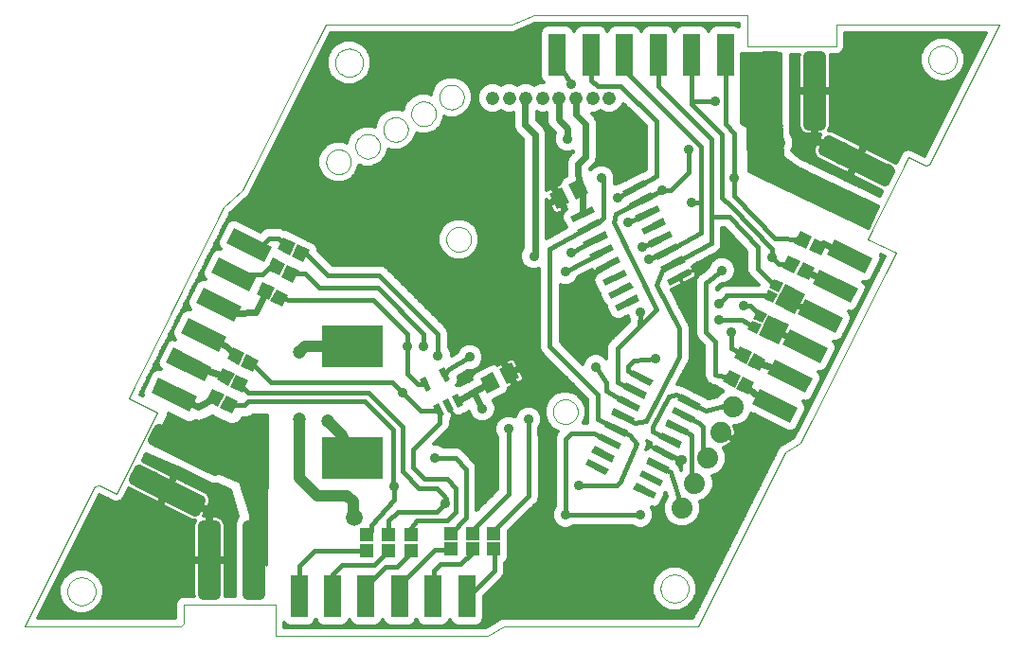
<source format=gbl>
G75*
%MOIN*%
%OFA0B0*%
%FSLAX24Y24*%
%IPPOS*%
%LPD*%
%AMOC8*
5,1,8,0,0,1.08239X$1,22.5*
%
%ADD10C,0.0000*%
%ADD11R,0.0236X0.0866*%
%ADD12R,0.0217X0.0472*%
%ADD13C,0.0476*%
%ADD14R,0.2165X0.1516*%
%ADD15C,0.0740*%
%ADD16R,0.0591X0.1496*%
%ADD17C,0.0394*%
%ADD18R,0.0512X0.0591*%
%ADD19R,0.0810X0.0240*%
%ADD20R,0.0472X0.0472*%
%ADD21R,0.0354X0.0354*%
%ADD22R,0.0787X0.0787*%
%ADD23R,0.0472X0.0472*%
%ADD24C,0.0945*%
%ADD25C,0.0120*%
%ADD26C,0.0768*%
%ADD27C,0.0709*%
%ADD28C,0.0356*%
%ADD29C,0.0160*%
%ADD30C,0.0591*%
%ADD31C,0.0472*%
%ADD32C,0.0240*%
%ADD33C,0.0400*%
%ADD34C,0.0500*%
%ADD35C,0.0560*%
%ADD36C,0.0560*%
%ADD37C,0.0100*%
%ADD38C,0.0320*%
D10*
X001543Y001214D02*
X007057Y001214D01*
X007162Y001332D01*
X007163Y001992D01*
X010376Y001990D01*
X010370Y000897D01*
X017853Y000897D01*
X018407Y001214D01*
X025254Y001214D01*
X028315Y007336D01*
X028846Y007690D01*
X032212Y014373D01*
X031218Y014865D01*
X032655Y017739D01*
X033246Y017444D01*
X033393Y017483D01*
X035864Y022424D01*
X030103Y022423D01*
X030103Y022424D02*
X030103Y021647D01*
X026989Y021647D01*
X026989Y022739D01*
X019476Y022739D01*
X018689Y022424D01*
X012143Y022424D01*
X009220Y016568D01*
X008561Y015977D01*
X005204Y009265D01*
X006218Y008753D01*
X004781Y005889D01*
X004191Y006184D01*
X004004Y006145D01*
X001543Y001214D01*
X003060Y002453D02*
X003062Y002497D01*
X003068Y002541D01*
X003078Y002584D01*
X003091Y002626D01*
X003109Y002666D01*
X003130Y002705D01*
X003154Y002742D01*
X003181Y002777D01*
X003212Y002809D01*
X003245Y002838D01*
X003281Y002864D01*
X003319Y002886D01*
X003359Y002905D01*
X003400Y002921D01*
X003443Y002933D01*
X003486Y002941D01*
X003530Y002945D01*
X003574Y002945D01*
X003618Y002941D01*
X003661Y002933D01*
X003704Y002921D01*
X003745Y002905D01*
X003785Y002886D01*
X003823Y002864D01*
X003859Y002838D01*
X003892Y002809D01*
X003923Y002777D01*
X003950Y002742D01*
X003974Y002705D01*
X003995Y002666D01*
X004013Y002626D01*
X004026Y002584D01*
X004036Y002541D01*
X004042Y002497D01*
X004044Y002453D01*
X004042Y002409D01*
X004036Y002365D01*
X004026Y002322D01*
X004013Y002280D01*
X003995Y002240D01*
X003974Y002201D01*
X003950Y002164D01*
X003923Y002129D01*
X003892Y002097D01*
X003859Y002068D01*
X003823Y002042D01*
X003785Y002020D01*
X003745Y002001D01*
X003704Y001985D01*
X003661Y001973D01*
X003618Y001965D01*
X003574Y001961D01*
X003530Y001961D01*
X003486Y001965D01*
X003443Y001973D01*
X003400Y001985D01*
X003359Y002001D01*
X003319Y002020D01*
X003281Y002042D01*
X003245Y002068D01*
X003212Y002097D01*
X003181Y002129D01*
X003154Y002164D01*
X003130Y002201D01*
X003109Y002240D01*
X003091Y002280D01*
X003078Y002322D01*
X003068Y002365D01*
X003062Y002409D01*
X003060Y002453D01*
X016391Y014853D02*
X016393Y014894D01*
X016399Y014935D01*
X016409Y014975D01*
X016422Y015014D01*
X016439Y015051D01*
X016460Y015087D01*
X016484Y015121D01*
X016511Y015152D01*
X016540Y015180D01*
X016573Y015206D01*
X016607Y015228D01*
X016644Y015247D01*
X016682Y015262D01*
X016722Y015274D01*
X016762Y015282D01*
X016803Y015286D01*
X016845Y015286D01*
X016886Y015282D01*
X016926Y015274D01*
X016966Y015262D01*
X017004Y015247D01*
X017040Y015228D01*
X017075Y015206D01*
X017108Y015180D01*
X017137Y015152D01*
X017164Y015121D01*
X017188Y015087D01*
X017209Y015051D01*
X017226Y015014D01*
X017239Y014975D01*
X017249Y014935D01*
X017255Y014894D01*
X017257Y014853D01*
X017255Y014812D01*
X017249Y014771D01*
X017239Y014731D01*
X017226Y014692D01*
X017209Y014655D01*
X017188Y014619D01*
X017164Y014585D01*
X017137Y014554D01*
X017108Y014526D01*
X017075Y014500D01*
X017041Y014478D01*
X017004Y014459D01*
X016966Y014444D01*
X016926Y014432D01*
X016886Y014424D01*
X016845Y014420D01*
X016803Y014420D01*
X016762Y014424D01*
X016722Y014432D01*
X016682Y014444D01*
X016644Y014459D01*
X016608Y014478D01*
X016573Y014500D01*
X016540Y014526D01*
X016511Y014554D01*
X016484Y014585D01*
X016460Y014619D01*
X016439Y014655D01*
X016422Y014692D01*
X016409Y014731D01*
X016399Y014771D01*
X016393Y014812D01*
X016391Y014853D01*
X012163Y017582D02*
X012165Y017623D01*
X012171Y017664D01*
X012181Y017704D01*
X012194Y017743D01*
X012211Y017780D01*
X012232Y017816D01*
X012256Y017850D01*
X012283Y017881D01*
X012312Y017909D01*
X012345Y017935D01*
X012379Y017957D01*
X012416Y017976D01*
X012454Y017991D01*
X012494Y018003D01*
X012534Y018011D01*
X012575Y018015D01*
X012617Y018015D01*
X012658Y018011D01*
X012698Y018003D01*
X012738Y017991D01*
X012776Y017976D01*
X012812Y017957D01*
X012847Y017935D01*
X012880Y017909D01*
X012909Y017881D01*
X012936Y017850D01*
X012960Y017816D01*
X012981Y017780D01*
X012998Y017743D01*
X013011Y017704D01*
X013021Y017664D01*
X013027Y017623D01*
X013029Y017582D01*
X013027Y017541D01*
X013021Y017500D01*
X013011Y017460D01*
X012998Y017421D01*
X012981Y017384D01*
X012960Y017348D01*
X012936Y017314D01*
X012909Y017283D01*
X012880Y017255D01*
X012847Y017229D01*
X012813Y017207D01*
X012776Y017188D01*
X012738Y017173D01*
X012698Y017161D01*
X012658Y017153D01*
X012617Y017149D01*
X012575Y017149D01*
X012534Y017153D01*
X012494Y017161D01*
X012454Y017173D01*
X012416Y017188D01*
X012380Y017207D01*
X012345Y017229D01*
X012312Y017255D01*
X012283Y017283D01*
X012256Y017314D01*
X012232Y017348D01*
X012211Y017384D01*
X012194Y017421D01*
X012181Y017460D01*
X012171Y017500D01*
X012165Y017541D01*
X012163Y017582D01*
X013187Y018133D02*
X013189Y018174D01*
X013195Y018215D01*
X013205Y018255D01*
X013218Y018294D01*
X013235Y018331D01*
X013256Y018367D01*
X013280Y018401D01*
X013307Y018432D01*
X013336Y018460D01*
X013369Y018486D01*
X013403Y018508D01*
X013440Y018527D01*
X013478Y018542D01*
X013518Y018554D01*
X013558Y018562D01*
X013599Y018566D01*
X013641Y018566D01*
X013682Y018562D01*
X013722Y018554D01*
X013762Y018542D01*
X013800Y018527D01*
X013836Y018508D01*
X013871Y018486D01*
X013904Y018460D01*
X013933Y018432D01*
X013960Y018401D01*
X013984Y018367D01*
X014005Y018331D01*
X014022Y018294D01*
X014035Y018255D01*
X014045Y018215D01*
X014051Y018174D01*
X014053Y018133D01*
X014051Y018092D01*
X014045Y018051D01*
X014035Y018011D01*
X014022Y017972D01*
X014005Y017935D01*
X013984Y017899D01*
X013960Y017865D01*
X013933Y017834D01*
X013904Y017806D01*
X013871Y017780D01*
X013837Y017758D01*
X013800Y017739D01*
X013762Y017724D01*
X013722Y017712D01*
X013682Y017704D01*
X013641Y017700D01*
X013599Y017700D01*
X013558Y017704D01*
X013518Y017712D01*
X013478Y017724D01*
X013440Y017739D01*
X013404Y017758D01*
X013369Y017780D01*
X013336Y017806D01*
X013307Y017834D01*
X013280Y017865D01*
X013256Y017899D01*
X013235Y017935D01*
X013218Y017972D01*
X013205Y018011D01*
X013195Y018051D01*
X013189Y018092D01*
X013187Y018133D01*
X014171Y018723D02*
X014173Y018764D01*
X014179Y018805D01*
X014189Y018845D01*
X014202Y018884D01*
X014219Y018921D01*
X014240Y018957D01*
X014264Y018991D01*
X014291Y019022D01*
X014320Y019050D01*
X014353Y019076D01*
X014387Y019098D01*
X014424Y019117D01*
X014462Y019132D01*
X014502Y019144D01*
X014542Y019152D01*
X014583Y019156D01*
X014625Y019156D01*
X014666Y019152D01*
X014706Y019144D01*
X014746Y019132D01*
X014784Y019117D01*
X014820Y019098D01*
X014855Y019076D01*
X014888Y019050D01*
X014917Y019022D01*
X014944Y018991D01*
X014968Y018957D01*
X014989Y018921D01*
X015006Y018884D01*
X015019Y018845D01*
X015029Y018805D01*
X015035Y018764D01*
X015037Y018723D01*
X015035Y018682D01*
X015029Y018641D01*
X015019Y018601D01*
X015006Y018562D01*
X014989Y018525D01*
X014968Y018489D01*
X014944Y018455D01*
X014917Y018424D01*
X014888Y018396D01*
X014855Y018370D01*
X014821Y018348D01*
X014784Y018329D01*
X014746Y018314D01*
X014706Y018302D01*
X014666Y018294D01*
X014625Y018290D01*
X014583Y018290D01*
X014542Y018294D01*
X014502Y018302D01*
X014462Y018314D01*
X014424Y018329D01*
X014388Y018348D01*
X014353Y018370D01*
X014320Y018396D01*
X014291Y018424D01*
X014264Y018455D01*
X014240Y018489D01*
X014219Y018525D01*
X014202Y018562D01*
X014189Y018601D01*
X014179Y018641D01*
X014173Y018682D01*
X014171Y018723D01*
X015155Y019275D02*
X015157Y019316D01*
X015163Y019357D01*
X015173Y019397D01*
X015186Y019436D01*
X015203Y019473D01*
X015224Y019509D01*
X015248Y019543D01*
X015275Y019574D01*
X015304Y019602D01*
X015337Y019628D01*
X015371Y019650D01*
X015408Y019669D01*
X015446Y019684D01*
X015486Y019696D01*
X015526Y019704D01*
X015567Y019708D01*
X015609Y019708D01*
X015650Y019704D01*
X015690Y019696D01*
X015730Y019684D01*
X015768Y019669D01*
X015804Y019650D01*
X015839Y019628D01*
X015872Y019602D01*
X015901Y019574D01*
X015928Y019543D01*
X015952Y019509D01*
X015973Y019473D01*
X015990Y019436D01*
X016003Y019397D01*
X016013Y019357D01*
X016019Y019316D01*
X016021Y019275D01*
X016019Y019234D01*
X016013Y019193D01*
X016003Y019153D01*
X015990Y019114D01*
X015973Y019077D01*
X015952Y019041D01*
X015928Y019007D01*
X015901Y018976D01*
X015872Y018948D01*
X015839Y018922D01*
X015805Y018900D01*
X015768Y018881D01*
X015730Y018866D01*
X015690Y018854D01*
X015650Y018846D01*
X015609Y018842D01*
X015567Y018842D01*
X015526Y018846D01*
X015486Y018854D01*
X015446Y018866D01*
X015408Y018881D01*
X015372Y018900D01*
X015337Y018922D01*
X015304Y018948D01*
X015275Y018976D01*
X015248Y019007D01*
X015224Y019041D01*
X015203Y019077D01*
X015186Y019114D01*
X015173Y019153D01*
X015163Y019193D01*
X015157Y019234D01*
X015155Y019275D01*
X016140Y019865D02*
X016142Y019906D01*
X016148Y019947D01*
X016158Y019987D01*
X016171Y020026D01*
X016188Y020063D01*
X016209Y020099D01*
X016233Y020133D01*
X016260Y020164D01*
X016289Y020192D01*
X016322Y020218D01*
X016356Y020240D01*
X016393Y020259D01*
X016431Y020274D01*
X016471Y020286D01*
X016511Y020294D01*
X016552Y020298D01*
X016594Y020298D01*
X016635Y020294D01*
X016675Y020286D01*
X016715Y020274D01*
X016753Y020259D01*
X016789Y020240D01*
X016824Y020218D01*
X016857Y020192D01*
X016886Y020164D01*
X016913Y020133D01*
X016937Y020099D01*
X016958Y020063D01*
X016975Y020026D01*
X016988Y019987D01*
X016998Y019947D01*
X017004Y019906D01*
X017006Y019865D01*
X017004Y019824D01*
X016998Y019783D01*
X016988Y019743D01*
X016975Y019704D01*
X016958Y019667D01*
X016937Y019631D01*
X016913Y019597D01*
X016886Y019566D01*
X016857Y019538D01*
X016824Y019512D01*
X016790Y019490D01*
X016753Y019471D01*
X016715Y019456D01*
X016675Y019444D01*
X016635Y019436D01*
X016594Y019432D01*
X016552Y019432D01*
X016511Y019436D01*
X016471Y019444D01*
X016431Y019456D01*
X016393Y019471D01*
X016357Y019490D01*
X016322Y019512D01*
X016289Y019538D01*
X016260Y019566D01*
X016233Y019597D01*
X016209Y019631D01*
X016188Y019667D01*
X016171Y019704D01*
X016158Y019743D01*
X016148Y019783D01*
X016142Y019824D01*
X016140Y019865D01*
X012478Y021079D02*
X012480Y021123D01*
X012486Y021167D01*
X012496Y021210D01*
X012509Y021252D01*
X012527Y021292D01*
X012548Y021331D01*
X012572Y021368D01*
X012599Y021403D01*
X012630Y021435D01*
X012663Y021464D01*
X012699Y021490D01*
X012737Y021512D01*
X012777Y021531D01*
X012818Y021547D01*
X012861Y021559D01*
X012904Y021567D01*
X012948Y021571D01*
X012992Y021571D01*
X013036Y021567D01*
X013079Y021559D01*
X013122Y021547D01*
X013163Y021531D01*
X013203Y021512D01*
X013241Y021490D01*
X013277Y021464D01*
X013310Y021435D01*
X013341Y021403D01*
X013368Y021368D01*
X013392Y021331D01*
X013413Y021292D01*
X013431Y021252D01*
X013444Y021210D01*
X013454Y021167D01*
X013460Y021123D01*
X013462Y021079D01*
X013460Y021035D01*
X013454Y020991D01*
X013444Y020948D01*
X013431Y020906D01*
X013413Y020866D01*
X013392Y020827D01*
X013368Y020790D01*
X013341Y020755D01*
X013310Y020723D01*
X013277Y020694D01*
X013241Y020668D01*
X013203Y020646D01*
X013163Y020627D01*
X013122Y020611D01*
X013079Y020599D01*
X013036Y020591D01*
X012992Y020587D01*
X012948Y020587D01*
X012904Y020591D01*
X012861Y020599D01*
X012818Y020611D01*
X012777Y020627D01*
X012737Y020646D01*
X012699Y020668D01*
X012663Y020694D01*
X012630Y020723D01*
X012599Y020755D01*
X012572Y020790D01*
X012548Y020827D01*
X012527Y020866D01*
X012509Y020906D01*
X012496Y020948D01*
X012486Y020991D01*
X012480Y021035D01*
X012478Y021079D01*
X020144Y008781D02*
X020146Y008822D01*
X020152Y008863D01*
X020162Y008903D01*
X020175Y008942D01*
X020192Y008979D01*
X020213Y009015D01*
X020237Y009049D01*
X020264Y009080D01*
X020293Y009108D01*
X020326Y009134D01*
X020360Y009156D01*
X020397Y009175D01*
X020435Y009190D01*
X020475Y009202D01*
X020515Y009210D01*
X020556Y009214D01*
X020598Y009214D01*
X020639Y009210D01*
X020679Y009202D01*
X020719Y009190D01*
X020757Y009175D01*
X020793Y009156D01*
X020828Y009134D01*
X020861Y009108D01*
X020890Y009080D01*
X020917Y009049D01*
X020941Y009015D01*
X020962Y008979D01*
X020979Y008942D01*
X020992Y008903D01*
X021002Y008863D01*
X021008Y008822D01*
X021010Y008781D01*
X021008Y008740D01*
X021002Y008699D01*
X020992Y008659D01*
X020979Y008620D01*
X020962Y008583D01*
X020941Y008547D01*
X020917Y008513D01*
X020890Y008482D01*
X020861Y008454D01*
X020828Y008428D01*
X020794Y008406D01*
X020757Y008387D01*
X020719Y008372D01*
X020679Y008360D01*
X020639Y008352D01*
X020598Y008348D01*
X020556Y008348D01*
X020515Y008352D01*
X020475Y008360D01*
X020435Y008372D01*
X020397Y008387D01*
X020361Y008406D01*
X020326Y008428D01*
X020293Y008454D01*
X020264Y008482D01*
X020237Y008513D01*
X020213Y008547D01*
X020192Y008583D01*
X020175Y008620D01*
X020162Y008659D01*
X020152Y008699D01*
X020146Y008740D01*
X020144Y008781D01*
X023929Y002550D02*
X023931Y002594D01*
X023937Y002638D01*
X023947Y002681D01*
X023960Y002723D01*
X023978Y002763D01*
X023999Y002802D01*
X024023Y002839D01*
X024050Y002874D01*
X024081Y002906D01*
X024114Y002935D01*
X024150Y002961D01*
X024188Y002983D01*
X024228Y003002D01*
X024269Y003018D01*
X024312Y003030D01*
X024355Y003038D01*
X024399Y003042D01*
X024443Y003042D01*
X024487Y003038D01*
X024530Y003030D01*
X024573Y003018D01*
X024614Y003002D01*
X024654Y002983D01*
X024692Y002961D01*
X024728Y002935D01*
X024761Y002906D01*
X024792Y002874D01*
X024819Y002839D01*
X024843Y002802D01*
X024864Y002763D01*
X024882Y002723D01*
X024895Y002681D01*
X024905Y002638D01*
X024911Y002594D01*
X024913Y002550D01*
X024911Y002506D01*
X024905Y002462D01*
X024895Y002419D01*
X024882Y002377D01*
X024864Y002337D01*
X024843Y002298D01*
X024819Y002261D01*
X024792Y002226D01*
X024761Y002194D01*
X024728Y002165D01*
X024692Y002139D01*
X024654Y002117D01*
X024614Y002098D01*
X024573Y002082D01*
X024530Y002070D01*
X024487Y002062D01*
X024443Y002058D01*
X024399Y002058D01*
X024355Y002062D01*
X024312Y002070D01*
X024269Y002082D01*
X024228Y002098D01*
X024188Y002117D01*
X024150Y002139D01*
X024114Y002165D01*
X024081Y002194D01*
X024050Y002226D01*
X024023Y002261D01*
X023999Y002298D01*
X023978Y002337D01*
X023960Y002377D01*
X023947Y002419D01*
X023937Y002462D01*
X023931Y002506D01*
X023929Y002550D01*
X033359Y021185D02*
X033361Y021229D01*
X033367Y021273D01*
X033377Y021316D01*
X033390Y021358D01*
X033408Y021398D01*
X033429Y021437D01*
X033453Y021474D01*
X033480Y021509D01*
X033511Y021541D01*
X033544Y021570D01*
X033580Y021596D01*
X033618Y021618D01*
X033658Y021637D01*
X033699Y021653D01*
X033742Y021665D01*
X033785Y021673D01*
X033829Y021677D01*
X033873Y021677D01*
X033917Y021673D01*
X033960Y021665D01*
X034003Y021653D01*
X034044Y021637D01*
X034084Y021618D01*
X034122Y021596D01*
X034158Y021570D01*
X034191Y021541D01*
X034222Y021509D01*
X034249Y021474D01*
X034273Y021437D01*
X034294Y021398D01*
X034312Y021358D01*
X034325Y021316D01*
X034335Y021273D01*
X034341Y021229D01*
X034343Y021185D01*
X034341Y021141D01*
X034335Y021097D01*
X034325Y021054D01*
X034312Y021012D01*
X034294Y020972D01*
X034273Y020933D01*
X034249Y020896D01*
X034222Y020861D01*
X034191Y020829D01*
X034158Y020800D01*
X034122Y020774D01*
X034084Y020752D01*
X034044Y020733D01*
X034003Y020717D01*
X033960Y020705D01*
X033917Y020697D01*
X033873Y020693D01*
X033829Y020693D01*
X033785Y020697D01*
X033742Y020705D01*
X033699Y020717D01*
X033658Y020733D01*
X033618Y020752D01*
X033580Y020774D01*
X033544Y020800D01*
X033511Y020829D01*
X033480Y020861D01*
X033453Y020896D01*
X033429Y020933D01*
X033408Y020972D01*
X033390Y021012D01*
X033377Y021054D01*
X033367Y021097D01*
X033361Y021141D01*
X033359Y021185D01*
D11*
G36*
X023357Y015012D02*
X023251Y015223D01*
X024025Y015610D01*
X024131Y015399D01*
X023357Y015012D01*
G37*
G36*
X023581Y014565D02*
X023475Y014776D01*
X024249Y015163D01*
X024355Y014952D01*
X023581Y014565D01*
G37*
G36*
X023805Y014117D02*
X023699Y014328D01*
X024473Y014715D01*
X024579Y014504D01*
X023805Y014117D01*
G37*
G36*
X024029Y013670D02*
X023923Y013881D01*
X024697Y014268D01*
X024803Y014057D01*
X024029Y013670D01*
G37*
G36*
X024253Y013223D02*
X024147Y013434D01*
X024921Y013821D01*
X025027Y013610D01*
X024253Y013223D01*
G37*
G36*
X022422Y012307D02*
X022316Y012518D01*
X023090Y012905D01*
X023196Y012694D01*
X022422Y012307D01*
G37*
G36*
X022198Y012754D02*
X022092Y012965D01*
X022866Y013352D01*
X022972Y013141D01*
X022198Y012754D01*
G37*
G36*
X021975Y013201D02*
X021869Y013412D01*
X022643Y013799D01*
X022749Y013588D01*
X021975Y013201D01*
G37*
G36*
X021751Y013648D02*
X021645Y013859D01*
X022419Y014246D01*
X022525Y014035D01*
X021751Y013648D01*
G37*
G36*
X021527Y014095D02*
X021421Y014306D01*
X022195Y014693D01*
X022301Y014482D01*
X021527Y014095D01*
G37*
G36*
X021303Y014542D02*
X021197Y014753D01*
X021971Y015140D01*
X022077Y014929D01*
X021303Y014542D01*
G37*
G36*
X021079Y014989D02*
X020973Y015200D01*
X021747Y015587D01*
X021853Y015376D01*
X021079Y014989D01*
G37*
G36*
X020855Y015436D02*
X020749Y015647D01*
X021523Y016034D01*
X021629Y015823D01*
X020855Y015436D01*
G37*
G36*
X022686Y016353D02*
X022580Y016564D01*
X023354Y016951D01*
X023460Y016740D01*
X022686Y016353D01*
G37*
G36*
X022910Y015906D02*
X022804Y016117D01*
X023578Y016504D01*
X023684Y016293D01*
X022910Y015906D01*
G37*
G36*
X023134Y015459D02*
X023028Y015670D01*
X023802Y016057D01*
X023908Y015846D01*
X023134Y015459D01*
G37*
D12*
G36*
X016129Y010242D02*
X016322Y010339D01*
X016533Y009918D01*
X016340Y009821D01*
X016129Y010242D01*
G37*
G36*
X015460Y009907D02*
X015653Y010004D01*
X015864Y009583D01*
X015671Y009486D01*
X015460Y009907D01*
G37*
G36*
X015919Y008992D02*
X016112Y009089D01*
X016323Y008668D01*
X016130Y008571D01*
X015919Y008992D01*
G37*
G36*
X016253Y009159D02*
X016446Y009256D01*
X016657Y008835D01*
X016464Y008738D01*
X016253Y009159D01*
G37*
G36*
X016588Y009327D02*
X016781Y009424D01*
X016992Y009003D01*
X016799Y008906D01*
X016588Y009327D01*
G37*
D13*
X018013Y019831D03*
X018604Y019831D03*
X019194Y019831D03*
X019785Y019831D03*
X020356Y019831D03*
X020946Y019831D03*
X021537Y019831D03*
X022127Y019831D03*
D14*
X013094Y011074D03*
X013094Y007157D03*
D15*
X024679Y005374D03*
X025133Y006265D03*
X025587Y007156D03*
X026041Y008047D03*
X026495Y008938D03*
D16*
G36*
X028754Y008905D02*
X028490Y008378D01*
X027154Y009047D01*
X027418Y009574D01*
X028754Y008905D01*
G37*
G36*
X029283Y009962D02*
X029019Y009435D01*
X027683Y010104D01*
X027947Y010631D01*
X029283Y009962D01*
G37*
G36*
X029812Y011018D02*
X029548Y010491D01*
X028212Y011160D01*
X028476Y011687D01*
X029812Y011018D01*
G37*
G36*
X030341Y012074D02*
X030077Y011547D01*
X028741Y012216D01*
X029005Y012743D01*
X030341Y012074D01*
G37*
G36*
X030869Y013130D02*
X030605Y012603D01*
X029269Y013272D01*
X029533Y013799D01*
X030869Y013130D01*
G37*
G36*
X031398Y014186D02*
X031134Y013659D01*
X029798Y014328D01*
X030062Y014855D01*
X031398Y014186D01*
G37*
X026202Y021364D03*
X025021Y021364D03*
X023840Y021364D03*
X022659Y021364D03*
X021477Y021364D03*
X020296Y021364D03*
G36*
X008649Y014734D02*
X008913Y015261D01*
X010249Y014592D01*
X009985Y014065D01*
X008649Y014734D01*
G37*
G36*
X008120Y013677D02*
X008384Y014204D01*
X009720Y013535D01*
X009456Y013008D01*
X008120Y013677D01*
G37*
G36*
X007591Y012621D02*
X007855Y013148D01*
X009191Y012479D01*
X008927Y011952D01*
X007591Y012621D01*
G37*
G36*
X007062Y011565D02*
X007326Y012092D01*
X008662Y011423D01*
X008398Y010896D01*
X007062Y011565D01*
G37*
G36*
X006533Y010509D02*
X006797Y011036D01*
X008133Y010367D01*
X007869Y009840D01*
X006533Y010509D01*
G37*
G36*
X006004Y009453D02*
X006268Y009980D01*
X007604Y009311D01*
X007340Y008784D01*
X006004Y009453D01*
G37*
X011205Y002277D03*
X012386Y002277D03*
X013567Y002277D03*
X014748Y002277D03*
X015929Y002277D03*
X017110Y002277D03*
D17*
X009432Y002366D02*
X009432Y004766D01*
X009824Y004766D01*
X009824Y002366D01*
X009432Y002366D01*
X009432Y002759D02*
X009824Y002759D01*
X009824Y003152D02*
X009432Y003152D01*
X009432Y003545D02*
X009824Y003545D01*
X009824Y003938D02*
X009432Y003938D01*
X009432Y004331D02*
X009824Y004331D01*
X009824Y004724D02*
X009432Y004724D01*
X007858Y004746D02*
X007858Y002346D01*
X007858Y004746D02*
X008250Y004746D01*
X008250Y002346D01*
X007858Y002346D01*
X007858Y002739D02*
X008250Y002739D01*
X008250Y003132D02*
X007858Y003132D01*
X007858Y003525D02*
X008250Y003525D01*
X008250Y003918D02*
X007858Y003918D01*
X007858Y004311D02*
X008250Y004311D01*
X008250Y004704D02*
X007858Y004704D01*
X007728Y005650D02*
X005583Y006724D01*
X007728Y005650D02*
X007553Y005300D01*
X005408Y006374D01*
X005583Y006724D01*
X006768Y005693D02*
X007642Y005693D01*
X006857Y006086D02*
X005983Y006086D01*
X006072Y006479D02*
X005461Y006479D01*
X006271Y008141D02*
X008416Y007067D01*
X008241Y006717D01*
X006096Y007791D01*
X006271Y008141D01*
X007456Y007110D02*
X008330Y007110D01*
X007545Y007503D02*
X006671Y007503D01*
X006760Y007896D02*
X006149Y007896D01*
X027976Y018873D02*
X027976Y021273D01*
X027976Y018873D02*
X027584Y018873D01*
X027584Y021273D01*
X027976Y021273D01*
X027976Y019266D02*
X027584Y019266D01*
X027584Y019659D02*
X027976Y019659D01*
X027976Y020052D02*
X027584Y020052D01*
X027584Y020445D02*
X027976Y020445D01*
X027976Y020838D02*
X027584Y020838D01*
X027584Y021231D02*
X027976Y021231D01*
X029551Y021293D02*
X029551Y018893D01*
X029159Y018893D01*
X029159Y021293D01*
X029551Y021293D01*
X029551Y019286D02*
X029159Y019286D01*
X029159Y019679D02*
X029551Y019679D01*
X029551Y020072D02*
X029159Y020072D01*
X029159Y020465D02*
X029551Y020465D01*
X029551Y020858D02*
X029159Y020858D01*
X029159Y021251D02*
X029551Y021251D01*
X029675Y017983D02*
X031820Y016909D01*
X029675Y017983D02*
X029850Y018333D01*
X031995Y017259D01*
X031820Y016909D01*
X031909Y017302D02*
X031035Y017302D01*
X031124Y017695D02*
X030250Y017695D01*
X030339Y018088D02*
X029728Y018088D01*
X028987Y016566D02*
X031132Y015492D01*
X028987Y016566D02*
X029162Y016916D01*
X031307Y015842D01*
X031132Y015492D01*
X031221Y015885D02*
X030347Y015885D01*
X030436Y016278D02*
X029562Y016278D01*
X029651Y016671D02*
X029040Y016671D01*
D18*
G36*
X020681Y016778D02*
X021137Y017007D01*
X021401Y016480D01*
X020945Y016251D01*
X020681Y016778D01*
G37*
G36*
X020012Y016443D02*
X020468Y016672D01*
X020732Y016145D01*
X020276Y015916D01*
X020012Y016443D01*
G37*
G36*
X018959Y009979D02*
X018503Y009750D01*
X018239Y010277D01*
X018695Y010506D01*
X018959Y009979D01*
G37*
G36*
X018290Y009644D02*
X017834Y009415D01*
X017570Y009942D01*
X018026Y010171D01*
X018290Y009644D01*
G37*
D19*
G36*
X021832Y008018D02*
X022555Y007656D01*
X022448Y007442D01*
X021725Y007804D01*
X021832Y008018D01*
G37*
G36*
X022055Y008465D02*
X022778Y008103D01*
X022671Y007889D01*
X021948Y008251D01*
X022055Y008465D01*
G37*
G36*
X022279Y008912D02*
X023002Y008550D01*
X022895Y008336D01*
X022172Y008698D01*
X022279Y008912D01*
G37*
G36*
X022503Y009359D02*
X023226Y008997D01*
X023119Y008783D01*
X022396Y009145D01*
X022503Y009359D01*
G37*
G36*
X022727Y009806D02*
X023450Y009444D01*
X023343Y009230D01*
X022620Y009592D01*
X022727Y009806D01*
G37*
G36*
X022951Y010253D02*
X023674Y009891D01*
X023567Y009677D01*
X022844Y010039D01*
X022951Y010253D01*
G37*
G36*
X024641Y009407D02*
X025364Y009045D01*
X025257Y008831D01*
X024534Y009193D01*
X024641Y009407D01*
G37*
G36*
X024417Y008960D02*
X025140Y008598D01*
X025033Y008384D01*
X024310Y008746D01*
X024417Y008960D01*
G37*
G36*
X024193Y008513D02*
X024916Y008151D01*
X024809Y007937D01*
X024086Y008299D01*
X024193Y008513D01*
G37*
G36*
X023969Y008065D02*
X024692Y007703D01*
X024585Y007489D01*
X023862Y007851D01*
X023969Y008065D01*
G37*
G36*
X023745Y007618D02*
X024468Y007256D01*
X024361Y007042D01*
X023638Y007404D01*
X023745Y007618D01*
G37*
G36*
X023522Y007171D02*
X024245Y006809D01*
X024138Y006595D01*
X023415Y006957D01*
X023522Y007171D01*
G37*
G36*
X023298Y006724D02*
X024021Y006362D01*
X023914Y006148D01*
X023191Y006510D01*
X023298Y006724D01*
G37*
G36*
X023074Y006277D02*
X023797Y005915D01*
X023690Y005701D01*
X022967Y006063D01*
X023074Y006277D01*
G37*
G36*
X021384Y007123D02*
X022107Y006761D01*
X022000Y006547D01*
X021277Y006909D01*
X021384Y007123D01*
G37*
G36*
X021608Y007571D02*
X022331Y007209D01*
X022224Y006995D01*
X021501Y007357D01*
X021608Y007571D01*
G37*
D20*
G36*
X026545Y009634D02*
X026124Y009845D01*
X026335Y010266D01*
X026756Y010055D01*
X026545Y009634D01*
G37*
G36*
X027020Y009382D02*
X026599Y009593D01*
X026810Y010014D01*
X027231Y009803D01*
X027020Y009382D01*
G37*
G36*
X027419Y010213D02*
X026998Y010424D01*
X027209Y010845D01*
X027630Y010634D01*
X027419Y010213D01*
G37*
G36*
X026944Y010465D02*
X026523Y010676D01*
X026734Y011097D01*
X027155Y010886D01*
X026944Y010465D01*
G37*
G36*
X029147Y013415D02*
X028726Y013626D01*
X028937Y014047D01*
X029358Y013836D01*
X029147Y013415D01*
G37*
G36*
X028629Y013655D02*
X028208Y013866D01*
X028419Y014287D01*
X028840Y014076D01*
X028629Y013655D01*
G37*
G36*
X029569Y014268D02*
X029148Y014479D01*
X029359Y014900D01*
X029780Y014689D01*
X029569Y014268D01*
G37*
G36*
X029055Y014520D02*
X028634Y014731D01*
X028845Y015152D01*
X029266Y014941D01*
X029055Y014520D01*
G37*
G36*
X011151Y014684D02*
X011572Y014473D01*
X011361Y014052D01*
X010940Y014263D01*
X011151Y014684D01*
G37*
G36*
X010664Y014932D02*
X011085Y014721D01*
X010874Y014300D01*
X010453Y014511D01*
X010664Y014932D01*
G37*
G36*
X010299Y014203D02*
X010720Y013992D01*
X010509Y013571D01*
X010088Y013782D01*
X010299Y014203D01*
G37*
G36*
X010785Y013954D02*
X011206Y013743D01*
X010995Y013322D01*
X010574Y013533D01*
X010785Y013954D01*
G37*
G36*
X009933Y013348D02*
X010354Y013137D01*
X010143Y012716D01*
X009722Y012927D01*
X009933Y013348D01*
G37*
G36*
X010403Y013100D02*
X010824Y012889D01*
X010613Y012468D01*
X010192Y012679D01*
X010403Y013100D01*
G37*
G36*
X008880Y011056D02*
X009301Y010845D01*
X009090Y010424D01*
X008669Y010635D01*
X008880Y011056D01*
G37*
G36*
X009367Y010808D02*
X009788Y010597D01*
X009577Y010176D01*
X009156Y010387D01*
X009367Y010808D01*
G37*
G36*
X009001Y010079D02*
X009422Y009868D01*
X009211Y009447D01*
X008790Y009658D01*
X009001Y010079D01*
G37*
G36*
X008514Y010327D02*
X008935Y010116D01*
X008724Y009695D01*
X008303Y009906D01*
X008514Y010327D01*
G37*
G36*
X008148Y009597D02*
X008569Y009386D01*
X008358Y008965D01*
X007937Y009176D01*
X008148Y009597D01*
G37*
G36*
X008635Y009349D02*
X009056Y009138D01*
X008845Y008717D01*
X008424Y008928D01*
X008635Y009349D01*
G37*
D21*
G36*
X027316Y011519D02*
X027000Y011677D01*
X027158Y011993D01*
X027474Y011835D01*
X027316Y011519D01*
G37*
G36*
X027516Y011909D02*
X027200Y012067D01*
X027358Y012383D01*
X027674Y012225D01*
X027516Y011909D01*
G37*
G36*
X027885Y012604D02*
X027569Y012762D01*
X027727Y013078D01*
X028043Y012920D01*
X027885Y012604D01*
G37*
G36*
X028084Y012991D02*
X027768Y013149D01*
X027926Y013465D01*
X028242Y013307D01*
X028084Y012991D01*
G37*
D22*
G36*
X028653Y012225D02*
X027951Y012577D01*
X028303Y013279D01*
X029005Y012927D01*
X028653Y012225D01*
G37*
G36*
X028083Y011145D02*
X027381Y011497D01*
X027733Y012199D01*
X028435Y011847D01*
X028083Y011145D01*
G37*
D23*
X018053Y004490D03*
X018053Y003947D03*
X017303Y003947D03*
X017303Y004490D03*
X016553Y004490D03*
X016553Y003947D03*
X015157Y003895D03*
X015157Y004441D03*
X014345Y004441D03*
X013595Y004441D03*
X013595Y003895D03*
X014345Y003895D03*
D24*
X032686Y020502D03*
D25*
X033179Y020736D02*
X033059Y021027D01*
X033059Y021342D01*
X033179Y021633D01*
X033402Y021856D01*
X033693Y021977D01*
X034008Y021977D01*
X034299Y021856D01*
X034522Y021633D01*
X034643Y021342D01*
X034643Y021027D01*
X034522Y020736D01*
X034299Y020513D01*
X034008Y020393D01*
X033693Y020393D01*
X033402Y020513D01*
X033179Y020736D01*
X033171Y020756D02*
X029909Y020756D01*
X029909Y020638D02*
X033277Y020638D01*
X033396Y020519D02*
X029909Y020519D01*
X029909Y020401D02*
X033673Y020401D01*
X034028Y020401D02*
X034517Y020401D01*
X034576Y020519D02*
X034306Y020519D01*
X034424Y020638D02*
X034635Y020638D01*
X034695Y020756D02*
X034531Y020756D01*
X034580Y020875D02*
X034754Y020875D01*
X034813Y020993D02*
X034629Y020993D01*
X034643Y021112D02*
X034872Y021112D01*
X034932Y021230D02*
X034643Y021230D01*
X034640Y021349D02*
X034991Y021349D01*
X035050Y021467D02*
X034591Y021467D01*
X034542Y021586D02*
X035109Y021586D01*
X035169Y021704D02*
X034451Y021704D01*
X034333Y021823D02*
X035228Y021823D01*
X035287Y021941D02*
X034094Y021941D01*
X033607Y021941D02*
X030403Y021941D01*
X030403Y021823D02*
X033369Y021823D01*
X033250Y021704D02*
X030403Y021704D01*
X030403Y021587D02*
X030403Y022123D01*
X035378Y022124D01*
X033214Y017795D01*
X032843Y017981D01*
X032736Y018034D01*
X032617Y018043D01*
X032504Y018005D01*
X032414Y017927D01*
X032219Y017538D01*
X032188Y017563D01*
X031136Y018090D01*
X030915Y017648D01*
X030808Y017702D01*
X031029Y018143D01*
X029977Y018670D01*
X029910Y018688D01*
X029848Y018693D01*
X029868Y018723D01*
X029895Y018788D01*
X029909Y018857D01*
X029909Y020033D01*
X029415Y020033D01*
X029415Y020153D01*
X029909Y020153D01*
X029909Y021329D01*
X029905Y021347D01*
X030163Y021347D01*
X030273Y021392D01*
X030357Y021477D01*
X030403Y021587D01*
X030403Y021586D02*
X033159Y021586D01*
X033110Y021467D02*
X030348Y021467D01*
X030168Y021349D02*
X033061Y021349D01*
X033059Y021230D02*
X029909Y021230D01*
X029909Y021112D02*
X033059Y021112D01*
X033073Y020993D02*
X029909Y020993D01*
X029909Y020875D02*
X033122Y020875D01*
X034398Y020164D02*
X029909Y020164D01*
X029909Y020282D02*
X034458Y020282D01*
X034339Y020045D02*
X029415Y020045D01*
X029415Y020033D02*
X029415Y018535D01*
X029553Y018535D01*
X029546Y018526D01*
X029469Y018372D01*
X030808Y017702D01*
X030754Y017595D01*
X029415Y018265D01*
X029338Y018111D01*
X029319Y018044D01*
X029314Y017973D01*
X029323Y017904D01*
X029345Y017837D01*
X029380Y017776D01*
X029426Y017723D01*
X029482Y017680D01*
X030533Y017153D01*
X030754Y017595D01*
X030861Y017541D01*
X030640Y017099D01*
X031692Y016573D01*
X031731Y016562D01*
X031640Y016379D01*
X029215Y017540D01*
X029188Y017558D01*
X029145Y017601D01*
X029094Y017622D01*
X029047Y017654D01*
X028988Y017666D01*
X028932Y017689D01*
X028929Y017689D01*
X028657Y017874D01*
X028563Y017968D01*
X028557Y017971D01*
X028625Y018133D01*
X028625Y018369D01*
X028534Y018588D01*
X028530Y018592D01*
X028527Y019079D01*
X028527Y021326D01*
X028527Y021327D01*
X028527Y021347D01*
X028805Y021347D01*
X028801Y021329D01*
X028801Y020153D01*
X029295Y020153D01*
X029295Y020033D01*
X028801Y020033D01*
X028801Y018857D01*
X028815Y018788D01*
X028842Y018723D01*
X028881Y018664D01*
X028931Y018615D01*
X028989Y018576D01*
X029054Y018549D01*
X029123Y018535D01*
X029295Y018535D01*
X029295Y020033D01*
X029415Y020033D01*
X029415Y019927D02*
X029295Y019927D01*
X029295Y020045D02*
X028527Y020045D01*
X028527Y019927D02*
X028801Y019927D01*
X028801Y019808D02*
X028527Y019808D01*
X028527Y019690D02*
X028801Y019690D01*
X028801Y019571D02*
X028527Y019571D01*
X028527Y019453D02*
X028801Y019453D01*
X028801Y019334D02*
X028527Y019334D01*
X028527Y019216D02*
X028801Y019216D01*
X028801Y019097D02*
X028527Y019097D01*
X028528Y018979D02*
X028801Y018979D01*
X028801Y018860D02*
X028529Y018860D01*
X028529Y018742D02*
X028834Y018742D01*
X028922Y018623D02*
X028530Y018623D01*
X028568Y018505D02*
X029535Y018505D01*
X029476Y018386D02*
X028618Y018386D01*
X028625Y018268D02*
X029678Y018268D01*
X029646Y018149D02*
X029914Y018149D01*
X029883Y018031D02*
X030151Y018031D01*
X030120Y017912D02*
X030388Y017912D01*
X030356Y017794D02*
X030624Y017794D01*
X030593Y017675D02*
X030795Y017675D01*
X030861Y017675D02*
X030929Y017675D01*
X030988Y017794D02*
X030854Y017794D01*
X030913Y017912D02*
X031047Y017912D01*
X031107Y018031D02*
X030973Y018031D01*
X031017Y018149D02*
X033391Y018149D01*
X033332Y018031D02*
X032743Y018031D01*
X032581Y018031D02*
X031254Y018031D01*
X031490Y017912D02*
X032406Y017912D01*
X032347Y017794D02*
X031727Y017794D01*
X031964Y017675D02*
X032288Y017675D01*
X032229Y017557D02*
X032196Y017557D01*
X032980Y017912D02*
X033273Y017912D01*
X033450Y018268D02*
X030780Y018268D01*
X030544Y018386D02*
X033510Y018386D01*
X033569Y018505D02*
X030307Y018505D01*
X030070Y018623D02*
X033628Y018623D01*
X033687Y018742D02*
X029876Y018742D01*
X029909Y018860D02*
X033747Y018860D01*
X033806Y018979D02*
X029909Y018979D01*
X029909Y019097D02*
X033865Y019097D01*
X033924Y019216D02*
X029909Y019216D01*
X029909Y019334D02*
X033984Y019334D01*
X034043Y019453D02*
X029909Y019453D01*
X029909Y019571D02*
X034102Y019571D01*
X034161Y019690D02*
X029909Y019690D01*
X029909Y019808D02*
X034221Y019808D01*
X034280Y019927D02*
X029909Y019927D01*
X029415Y019808D02*
X029295Y019808D01*
X029295Y019690D02*
X029415Y019690D01*
X029415Y019571D02*
X029295Y019571D01*
X029295Y019453D02*
X029415Y019453D01*
X029415Y019334D02*
X029295Y019334D01*
X029295Y019216D02*
X029415Y019216D01*
X029415Y019097D02*
X029295Y019097D01*
X029295Y018979D02*
X029415Y018979D01*
X029415Y018860D02*
X029295Y018860D01*
X029295Y018742D02*
X029415Y018742D01*
X029415Y018623D02*
X029295Y018623D01*
X029357Y018149D02*
X028625Y018149D01*
X028582Y018031D02*
X029319Y018031D01*
X029322Y017912D02*
X028619Y017912D01*
X028775Y017794D02*
X029370Y017794D01*
X029490Y017675D02*
X028966Y017675D01*
X029190Y017557D02*
X029727Y017557D01*
X029675Y017320D02*
X030200Y017320D01*
X030170Y017083D02*
X030674Y017083D01*
X030691Y017201D02*
X030557Y017201D01*
X030437Y017201D02*
X029922Y017201D01*
X029964Y017438D02*
X029427Y017438D01*
X029336Y017083D02*
X027386Y017083D01*
X027637Y016964D02*
X029584Y016964D01*
X029831Y016846D02*
X027888Y016846D01*
X028139Y016727D02*
X030079Y016727D01*
X030326Y016609D02*
X028390Y016609D01*
X028641Y016490D02*
X030574Y016490D01*
X030821Y016372D02*
X028892Y016372D01*
X029143Y016253D02*
X031069Y016253D01*
X031317Y016135D02*
X029394Y016135D01*
X029645Y016016D02*
X031564Y016016D01*
X031578Y016010D02*
X031287Y015360D01*
X031239Y015264D01*
X027042Y017245D01*
X027024Y018811D01*
X026778Y018967D01*
X026781Y021394D01*
X028167Y021398D01*
X028167Y019078D01*
X028172Y018371D01*
X028206Y017746D01*
X028811Y017334D01*
X031578Y016010D01*
X031527Y015898D02*
X029896Y015898D01*
X030147Y015779D02*
X031474Y015779D01*
X031421Y015661D02*
X030398Y015661D01*
X030649Y015542D02*
X031368Y015542D01*
X031315Y015424D02*
X030900Y015424D01*
X031151Y015305D02*
X031259Y015305D01*
X031676Y014304D02*
X031809Y014238D01*
X028614Y007896D01*
X028182Y007607D01*
X028163Y007601D01*
X028133Y007575D01*
X028099Y007552D01*
X028088Y007536D01*
X028073Y007523D01*
X028055Y007487D01*
X028032Y007453D01*
X028028Y007434D01*
X025068Y001514D01*
X018448Y001514D01*
X018429Y001519D01*
X018389Y001514D01*
X018348Y001514D01*
X018330Y001506D01*
X018311Y001504D01*
X018275Y001483D01*
X018238Y001468D01*
X018224Y001454D01*
X017773Y001197D01*
X010671Y001197D01*
X010672Y001342D01*
X010739Y001275D01*
X010850Y001229D01*
X011559Y001229D01*
X011670Y001275D01*
X011754Y001359D01*
X011795Y001458D01*
X011836Y001359D01*
X011921Y001275D01*
X012031Y001229D01*
X012741Y001229D01*
X012851Y001275D01*
X012936Y001359D01*
X012976Y001458D01*
X013017Y001359D01*
X013102Y001275D01*
X013212Y001229D01*
X013922Y001229D01*
X014032Y001275D01*
X014117Y001359D01*
X014158Y001458D01*
X014199Y001359D01*
X014283Y001275D01*
X014393Y001229D01*
X015103Y001229D01*
X015213Y001275D01*
X015298Y001359D01*
X015339Y001458D01*
X015380Y001359D01*
X015464Y001275D01*
X015574Y001229D01*
X016284Y001229D01*
X016394Y001275D01*
X016479Y001359D01*
X016520Y001458D01*
X016561Y001359D01*
X016645Y001275D01*
X016755Y001229D01*
X017465Y001229D01*
X017576Y001275D01*
X017660Y001359D01*
X017706Y001469D01*
X017706Y002272D01*
X018284Y002850D01*
X018391Y002957D01*
X018449Y003097D01*
X018449Y003452D01*
X018459Y003456D01*
X018544Y003541D01*
X018589Y003651D01*
X018589Y004573D01*
X019504Y005488D01*
X019611Y005595D01*
X019669Y005734D01*
X019669Y007812D01*
X019670Y007813D01*
X019669Y007887D01*
X019669Y007961D01*
X019668Y007963D01*
X019666Y008228D01*
X019689Y008250D01*
X019761Y008426D01*
X019761Y008616D01*
X019689Y008792D01*
X019554Y008926D01*
X019378Y008999D01*
X019188Y008999D01*
X019012Y008926D01*
X018878Y008792D01*
X018805Y008616D01*
X018805Y008604D01*
X018668Y008661D01*
X018477Y008661D01*
X018302Y008588D01*
X018167Y008454D01*
X018094Y008278D01*
X018094Y008088D01*
X018167Y007912D01*
X018193Y007887D01*
X018193Y006038D01*
X017464Y005310D01*
X017464Y006745D01*
X017468Y006811D01*
X017464Y006821D01*
X017464Y006830D01*
X017439Y006892D01*
X018193Y006892D01*
X018193Y007010D02*
X017366Y007010D01*
X017360Y007017D02*
X017038Y007373D01*
X017034Y007382D01*
X016987Y007429D01*
X016943Y007478D01*
X016934Y007482D01*
X016927Y007489D01*
X016866Y007514D01*
X016806Y007543D01*
X016797Y007543D01*
X016787Y007547D01*
X016721Y007547D01*
X016655Y007550D01*
X016646Y007547D01*
X016274Y007547D01*
X016248Y007572D01*
X016073Y007645D01*
X015949Y007645D01*
X016373Y008069D01*
X016480Y008176D01*
X016538Y008316D01*
X016538Y008457D01*
X016589Y008516D01*
X016627Y008629D01*
X016626Y008640D01*
X016633Y008643D01*
X016639Y008646D01*
X016647Y008639D01*
X016760Y008602D01*
X016879Y008610D01*
X017180Y008761D01*
X017190Y008772D01*
X017253Y008620D01*
X017387Y008486D01*
X017563Y008413D01*
X017753Y008413D01*
X017929Y008486D01*
X018064Y008620D01*
X018136Y008796D01*
X018136Y008986D01*
X018064Y009162D01*
X018042Y009183D01*
X018478Y009402D01*
X018557Y009492D01*
X018594Y009605D01*
X018594Y009616D01*
X018749Y009694D01*
X018572Y010047D01*
X018679Y010101D01*
X018625Y010208D01*
X018518Y010154D01*
X018341Y010508D01*
X018186Y010430D01*
X018178Y010437D01*
X018064Y010475D01*
X017945Y010466D01*
X017381Y010184D01*
X017303Y010093D01*
X017265Y009980D01*
X017270Y009908D01*
X017221Y009881D01*
X017150Y009842D01*
X017079Y009804D01*
X017077Y009802D01*
X016896Y009702D01*
X016819Y009728D01*
X016763Y009724D01*
X016800Y009766D01*
X016837Y009879D01*
X016829Y009998D01*
X016814Y010027D01*
X017155Y010226D01*
X017316Y010226D01*
X017492Y010298D01*
X017626Y010433D01*
X017699Y010609D01*
X017699Y010799D01*
X017626Y010975D01*
X017492Y011109D01*
X017316Y011182D01*
X017126Y011182D01*
X016950Y011109D01*
X016815Y010975D01*
X016779Y010886D01*
X016574Y010767D01*
X016574Y010861D01*
X016501Y011037D01*
X016476Y011062D01*
X016476Y011592D01*
X016418Y011731D01*
X016311Y011838D01*
X014248Y013901D01*
X014109Y013959D01*
X012378Y013959D01*
X011873Y014464D01*
X011876Y014511D01*
X011839Y014625D01*
X011761Y014715D01*
X011281Y014955D01*
X011274Y014963D01*
X010745Y015228D01*
X010659Y015234D01*
X010570Y015271D01*
X010083Y015271D01*
X009943Y015213D01*
X009855Y015125D01*
X008993Y015557D01*
X008874Y015565D01*
X008761Y015528D01*
X008671Y015449D01*
X008353Y014815D01*
X008344Y014696D01*
X008382Y014582D01*
X008452Y014501D01*
X008345Y014509D01*
X008232Y014471D01*
X008142Y014393D01*
X007824Y013758D01*
X007815Y013639D01*
X007853Y013526D01*
X007923Y013445D01*
X007816Y013453D01*
X007703Y013415D01*
X007613Y013337D01*
X007295Y012702D01*
X007286Y012583D01*
X007324Y012470D01*
X007394Y012389D01*
X007287Y012397D01*
X007174Y012359D01*
X007084Y012281D01*
X006766Y011646D01*
X006758Y011527D01*
X006795Y011414D01*
X006865Y011333D01*
X006759Y011341D01*
X006645Y011303D01*
X006555Y011225D01*
X006237Y010590D01*
X006229Y010471D01*
X006266Y010358D01*
X006336Y010277D01*
X006230Y010285D01*
X006117Y010247D01*
X006026Y010169D01*
X005708Y009534D01*
X005700Y009415D01*
X005726Y009338D01*
X005606Y009398D01*
X008804Y015792D01*
X009419Y016343D01*
X009462Y016381D01*
X009463Y016383D01*
X009465Y016384D01*
X009490Y016436D01*
X012329Y022124D01*
X018687Y022124D01*
X018745Y022123D01*
X018746Y022124D01*
X018748Y022124D01*
X018802Y022146D01*
X019534Y022439D01*
X026689Y022439D01*
X026689Y022345D01*
X026667Y022366D01*
X026557Y022412D01*
X025847Y022412D01*
X025737Y022366D01*
X025652Y022282D01*
X025611Y022183D01*
X025570Y022282D01*
X025486Y022366D01*
X025376Y022412D01*
X024666Y022412D01*
X024556Y022366D01*
X024471Y022282D01*
X024430Y022183D01*
X024389Y022282D01*
X024305Y022366D01*
X024195Y022412D01*
X023485Y022412D01*
X023374Y022366D01*
X023290Y022282D01*
X023249Y022183D01*
X023208Y022282D01*
X023124Y022366D01*
X023013Y022412D01*
X022304Y022412D01*
X022193Y022366D01*
X022109Y022282D01*
X022068Y022183D01*
X022027Y022282D01*
X021943Y022366D01*
X021832Y022412D01*
X021122Y022412D01*
X021012Y022366D01*
X020928Y022282D01*
X020887Y022183D01*
X020846Y022282D01*
X020762Y022366D01*
X020651Y022412D01*
X019941Y022412D01*
X019831Y022366D01*
X019747Y022282D01*
X019701Y022172D01*
X019701Y020556D01*
X019747Y020446D01*
X019824Y020369D01*
X019678Y020369D01*
X019490Y020291D01*
X019301Y020369D01*
X019087Y020369D01*
X018899Y020291D01*
X018711Y020369D01*
X018497Y020369D01*
X018309Y020291D01*
X018120Y020369D01*
X017906Y020369D01*
X017709Y020287D01*
X017557Y020136D01*
X017475Y019938D01*
X017475Y019724D01*
X017557Y019527D01*
X017709Y019376D01*
X017906Y019294D01*
X018120Y019294D01*
X018309Y019372D01*
X018497Y019294D01*
X018711Y019294D01*
X018738Y019305D01*
X018738Y018808D01*
X018802Y018653D01*
X018920Y018535D01*
X019087Y018369D01*
X019087Y014558D01*
X019065Y014537D01*
X018993Y014361D01*
X018993Y014171D01*
X019065Y013995D01*
X019200Y013861D01*
X019376Y013788D01*
X019566Y013788D01*
X019653Y013824D01*
X019653Y011003D01*
X019711Y010863D01*
X021341Y009234D01*
X021341Y008534D01*
X021335Y008476D01*
X021341Y008459D01*
X021341Y008441D01*
X021359Y008396D01*
X021211Y008396D01*
X021310Y008635D01*
X021310Y008927D01*
X021198Y009196D01*
X020992Y009403D01*
X020723Y009514D01*
X020431Y009514D01*
X020162Y009403D01*
X019955Y009196D01*
X019844Y008927D01*
X019844Y008635D01*
X019955Y008366D01*
X020162Y008160D01*
X020323Y008093D01*
X020274Y008044D01*
X020216Y007904D01*
X020216Y005437D01*
X020190Y005412D01*
X020118Y005236D01*
X020118Y005046D01*
X020190Y004870D01*
X020325Y004736D01*
X020501Y004663D01*
X020691Y004663D01*
X020867Y004736D01*
X020892Y004761D01*
X022925Y004761D01*
X022950Y004736D01*
X023126Y004663D01*
X023316Y004663D01*
X023492Y004736D01*
X023626Y004870D01*
X023699Y005046D01*
X023699Y005236D01*
X023629Y005404D01*
X023728Y005397D01*
X023841Y005435D01*
X023932Y005513D01*
X024093Y005834D01*
X024098Y005910D01*
X024110Y005921D01*
X024150Y005792D01*
X024111Y005753D01*
X024009Y005507D01*
X024009Y005241D01*
X024111Y004994D01*
X024300Y004806D01*
X024546Y004704D01*
X024813Y004704D01*
X025059Y004806D01*
X025247Y004994D01*
X025349Y005241D01*
X025349Y005507D01*
X025306Y005611D01*
X025513Y005697D01*
X025701Y005885D01*
X025803Y006132D01*
X025803Y006398D01*
X025760Y006502D01*
X025967Y006588D01*
X026155Y006776D01*
X026257Y007023D01*
X026257Y007289D01*
X026158Y007529D01*
X026166Y007530D01*
X026245Y007556D01*
X026319Y007594D01*
X026387Y007643D01*
X026446Y007702D01*
X026495Y007769D01*
X026496Y007771D01*
X026059Y007993D01*
X026095Y008064D01*
X026532Y007842D01*
X026533Y007843D01*
X026558Y007923D01*
X026571Y008005D01*
X026571Y008089D01*
X026558Y008171D01*
X026533Y008250D01*
X026524Y008268D01*
X026629Y008268D01*
X026875Y008370D01*
X027063Y008558D01*
X027131Y008722D01*
X028410Y008082D01*
X028529Y008074D01*
X028642Y008111D01*
X028732Y008190D01*
X029050Y008824D01*
X029058Y008943D01*
X029021Y009057D01*
X028951Y009138D01*
X029058Y009130D01*
X029171Y009168D01*
X029261Y009246D01*
X029579Y009881D01*
X029587Y010000D01*
X029550Y010113D01*
X029480Y010194D01*
X029586Y010186D01*
X029700Y010224D01*
X029790Y010302D01*
X030108Y010937D01*
X030116Y011056D01*
X030079Y011169D01*
X030009Y011250D01*
X030115Y011242D01*
X030229Y011280D01*
X030319Y011358D01*
X030637Y011993D01*
X030645Y012112D01*
X030607Y012225D01*
X030537Y012306D01*
X030644Y012298D01*
X030757Y012336D01*
X030848Y012414D01*
X031165Y013049D01*
X031174Y013168D01*
X031136Y013281D01*
X031066Y013362D01*
X031173Y013354D01*
X031286Y013392D01*
X031376Y013470D01*
X031694Y014105D01*
X031703Y014224D01*
X031676Y014304D01*
X031698Y014239D02*
X031807Y014239D01*
X031749Y014120D02*
X031695Y014120D01*
X031689Y014002D02*
X031643Y014002D01*
X031630Y013883D02*
X031583Y013883D01*
X031570Y013765D02*
X031524Y013765D01*
X031510Y013646D02*
X031465Y013646D01*
X031451Y013528D02*
X031405Y013528D01*
X031391Y013409D02*
X031306Y013409D01*
X031331Y013291D02*
X031128Y013291D01*
X031173Y013172D02*
X031272Y013172D01*
X031212Y013054D02*
X031166Y013054D01*
X031152Y012935D02*
X031109Y012935D01*
X031093Y012817D02*
X031049Y012817D01*
X031033Y012698D02*
X030990Y012698D01*
X030973Y012580D02*
X030931Y012580D01*
X030914Y012461D02*
X030871Y012461D01*
X030854Y012343D02*
X030765Y012343D01*
X030794Y012224D02*
X030608Y012224D01*
X030645Y012106D02*
X030734Y012106D01*
X030675Y011987D02*
X030634Y011987D01*
X030615Y011869D02*
X030574Y011869D01*
X030555Y011750D02*
X030515Y011750D01*
X030496Y011632D02*
X030456Y011632D01*
X030436Y011513D02*
X030396Y011513D01*
X030376Y011395D02*
X030337Y011395D01*
X030317Y011276D02*
X030217Y011276D01*
X030257Y011158D02*
X030082Y011158D01*
X030115Y011039D02*
X030197Y011039D01*
X030138Y010921D02*
X030100Y010921D01*
X030078Y010802D02*
X030040Y010802D01*
X030018Y010684D02*
X029981Y010684D01*
X029959Y010565D02*
X029922Y010565D01*
X029899Y010447D02*
X029862Y010447D01*
X029839Y010328D02*
X029803Y010328D01*
X029779Y010210D02*
X029657Y010210D01*
X029720Y010091D02*
X029557Y010091D01*
X029586Y009973D02*
X029660Y009973D01*
X029600Y009854D02*
X029566Y009854D01*
X029541Y009736D02*
X029506Y009736D01*
X029481Y009617D02*
X029447Y009617D01*
X029421Y009499D02*
X029388Y009499D01*
X029362Y009380D02*
X029328Y009380D01*
X029302Y009262D02*
X029269Y009262D01*
X029242Y009143D02*
X029097Y009143D01*
X029031Y009025D02*
X029183Y009025D01*
X029123Y008906D02*
X029056Y008906D01*
X029063Y008788D02*
X029032Y008788D01*
X029004Y008669D02*
X028972Y008669D01*
X028944Y008551D02*
X028913Y008551D01*
X028884Y008432D02*
X028854Y008432D01*
X028824Y008314D02*
X028794Y008314D01*
X028765Y008195D02*
X028735Y008195D01*
X028705Y008077D02*
X028537Y008077D01*
X028488Y008077D02*
X026571Y008077D01*
X026564Y007958D02*
X028645Y007958D01*
X028530Y007840D02*
X026360Y007840D01*
X026303Y007958D02*
X026127Y007958D01*
X026460Y007721D02*
X028352Y007721D01*
X028167Y007603D02*
X026332Y007603D01*
X026177Y007484D02*
X028053Y007484D01*
X027994Y007366D02*
X026226Y007366D01*
X026257Y007247D02*
X027935Y007247D01*
X027876Y007129D02*
X026257Y007129D01*
X026252Y007010D02*
X027817Y007010D01*
X027757Y006892D02*
X026203Y006892D01*
X026152Y006773D02*
X027698Y006773D01*
X027639Y006655D02*
X026034Y006655D01*
X025842Y006536D02*
X027580Y006536D01*
X027520Y006418D02*
X025795Y006418D01*
X025803Y006299D02*
X027461Y006299D01*
X027402Y006181D02*
X025803Y006181D01*
X025775Y006062D02*
X027343Y006062D01*
X027283Y005944D02*
X025726Y005944D01*
X025641Y005825D02*
X027224Y005825D01*
X027165Y005707D02*
X025523Y005707D01*
X025316Y005588D02*
X027106Y005588D01*
X027046Y005470D02*
X025349Y005470D01*
X025349Y005351D02*
X026987Y005351D01*
X026928Y005233D02*
X025346Y005233D01*
X025297Y005114D02*
X026869Y005114D01*
X026809Y004996D02*
X025248Y004996D01*
X025130Y004877D02*
X026750Y004877D01*
X026691Y004759D02*
X024945Y004759D01*
X024414Y004759D02*
X023514Y004759D01*
X023629Y004877D02*
X024229Y004877D01*
X024111Y004996D02*
X023678Y004996D01*
X023699Y005114D02*
X024062Y005114D01*
X024013Y005233D02*
X023699Y005233D01*
X023651Y005351D02*
X024009Y005351D01*
X024009Y005470D02*
X023882Y005470D01*
X023969Y005588D02*
X024043Y005588D01*
X024029Y005707D02*
X024092Y005707D01*
X024088Y005825D02*
X024140Y005825D01*
X024653Y006732D02*
X024646Y006753D01*
X024625Y006824D01*
X024624Y006825D01*
X024623Y006827D01*
X024576Y006884D01*
X024529Y006941D01*
X024527Y006942D01*
X024526Y006943D01*
X024515Y006949D01*
X024511Y006961D01*
X024504Y006969D01*
X024559Y007077D01*
X024053Y007330D01*
X023548Y007583D01*
X023494Y007475D01*
X023483Y007475D01*
X023431Y007458D01*
X023438Y007474D01*
X023465Y007524D01*
X023467Y007543D01*
X023475Y007561D01*
X023475Y007618D01*
X023482Y007674D01*
X023476Y007693D01*
X023477Y007712D01*
X023462Y007749D01*
X023502Y007732D01*
X023599Y007685D01*
X023548Y007583D01*
X024053Y007330D01*
X024053Y007330D01*
X024053Y007330D01*
X024559Y007077D01*
X024613Y007186D01*
X024624Y007185D01*
X024653Y007195D01*
X024653Y006732D01*
X024653Y006732D01*
X024653Y006773D02*
X024640Y006773D01*
X024653Y006892D02*
X024569Y006892D01*
X024525Y007010D02*
X024653Y007010D01*
X024653Y007129D02*
X024584Y007129D01*
X024456Y007129D02*
X024456Y007129D01*
X024220Y007247D02*
X024219Y007247D01*
X023983Y007366D02*
X023983Y007366D01*
X023746Y007484D02*
X023746Y007484D01*
X023558Y007603D02*
X023475Y007603D01*
X023473Y007721D02*
X023524Y007721D01*
X023499Y007484D02*
X023443Y007484D01*
X021344Y008432D02*
X021226Y008432D01*
X021275Y008551D02*
X021341Y008551D01*
X021341Y008669D02*
X021310Y008669D01*
X021310Y008788D02*
X021341Y008788D01*
X021341Y008906D02*
X021310Y008906D01*
X021341Y009025D02*
X021269Y009025D01*
X021220Y009143D02*
X021341Y009143D01*
X021313Y009262D02*
X021133Y009262D01*
X021194Y009380D02*
X021015Y009380D01*
X021076Y009499D02*
X020760Y009499D01*
X020957Y009617D02*
X018596Y009617D01*
X018559Y009499D02*
X020393Y009499D01*
X020139Y009380D02*
X018436Y009380D01*
X018199Y009262D02*
X020021Y009262D01*
X019933Y009143D02*
X018071Y009143D01*
X018120Y009025D02*
X019884Y009025D01*
X019844Y008906D02*
X019574Y008906D01*
X019690Y008788D02*
X019844Y008788D01*
X019844Y008669D02*
X019739Y008669D01*
X019761Y008551D02*
X019879Y008551D01*
X019928Y008432D02*
X019761Y008432D01*
X019715Y008314D02*
X020008Y008314D01*
X020126Y008195D02*
X019666Y008195D01*
X019667Y008077D02*
X020306Y008077D01*
X020238Y007958D02*
X019669Y007958D01*
X019670Y007840D02*
X020216Y007840D01*
X020216Y007721D02*
X019669Y007721D01*
X019669Y007603D02*
X020216Y007603D01*
X020216Y007484D02*
X019669Y007484D01*
X019669Y007366D02*
X020216Y007366D01*
X020216Y007247D02*
X019669Y007247D01*
X019669Y007129D02*
X020216Y007129D01*
X020216Y007010D02*
X019669Y007010D01*
X019669Y006892D02*
X020216Y006892D01*
X020216Y006773D02*
X019669Y006773D01*
X019669Y006655D02*
X020216Y006655D01*
X020216Y006536D02*
X019669Y006536D01*
X019669Y006418D02*
X020216Y006418D01*
X020216Y006299D02*
X019669Y006299D01*
X019669Y006181D02*
X020216Y006181D01*
X020216Y006062D02*
X019669Y006062D01*
X019669Y005944D02*
X020216Y005944D01*
X020216Y005825D02*
X019669Y005825D01*
X019658Y005707D02*
X020216Y005707D01*
X020216Y005588D02*
X019605Y005588D01*
X019486Y005470D02*
X020216Y005470D01*
X020165Y005351D02*
X019368Y005351D01*
X019249Y005233D02*
X020118Y005233D01*
X020118Y005114D02*
X019131Y005114D01*
X019012Y004996D02*
X020138Y004996D01*
X020188Y004877D02*
X018894Y004877D01*
X018775Y004759D02*
X020302Y004759D01*
X020889Y004759D02*
X022927Y004759D01*
X023972Y003221D02*
X023749Y002998D01*
X023629Y002707D01*
X023629Y002392D01*
X023749Y002101D01*
X023972Y001878D01*
X024263Y001758D01*
X024578Y001758D01*
X024870Y001878D01*
X025092Y002101D01*
X025213Y002392D01*
X025213Y002707D01*
X025092Y002998D01*
X024870Y003221D01*
X024578Y003342D01*
X024263Y003342D01*
X023972Y003221D01*
X023969Y003218D02*
X018449Y003218D01*
X018449Y003100D02*
X023851Y003100D01*
X023742Y002981D02*
X018401Y002981D01*
X018297Y002863D02*
X023693Y002863D01*
X023644Y002744D02*
X018178Y002744D01*
X018060Y002626D02*
X023629Y002626D01*
X023629Y002507D02*
X017941Y002507D01*
X017823Y002389D02*
X023630Y002389D01*
X023679Y002270D02*
X017706Y002270D01*
X017706Y002152D02*
X023728Y002152D01*
X023817Y002033D02*
X017706Y002033D01*
X017706Y001915D02*
X023936Y001915D01*
X024170Y001796D02*
X017706Y001796D01*
X017706Y001678D02*
X025150Y001678D01*
X025210Y001796D02*
X024672Y001796D01*
X024906Y001915D02*
X025269Y001915D01*
X025328Y002033D02*
X025025Y002033D01*
X025113Y002152D02*
X025387Y002152D01*
X025447Y002270D02*
X025162Y002270D01*
X025212Y002389D02*
X025506Y002389D01*
X025565Y002507D02*
X025213Y002507D01*
X025213Y002626D02*
X025624Y002626D01*
X025684Y002744D02*
X025198Y002744D01*
X025149Y002863D02*
X025743Y002863D01*
X025802Y002981D02*
X025099Y002981D01*
X024991Y003100D02*
X025861Y003100D01*
X025921Y003218D02*
X024873Y003218D01*
X024591Y003337D02*
X025980Y003337D01*
X026039Y003455D02*
X018456Y003455D01*
X018449Y003337D02*
X024251Y003337D01*
X026098Y003574D02*
X018557Y003574D01*
X018589Y003692D02*
X026158Y003692D01*
X026217Y003811D02*
X018589Y003811D01*
X018589Y003929D02*
X026276Y003929D01*
X026335Y004048D02*
X018589Y004048D01*
X018589Y004166D02*
X026395Y004166D01*
X026454Y004285D02*
X018589Y004285D01*
X018589Y004403D02*
X026513Y004403D01*
X026572Y004522D02*
X018589Y004522D01*
X018657Y004640D02*
X026632Y004640D01*
X025091Y001559D02*
X017706Y001559D01*
X017694Y001441D02*
X018200Y001441D01*
X017992Y001322D02*
X017623Y001322D01*
X017785Y001204D02*
X010671Y001204D01*
X010672Y001322D02*
X010692Y001322D01*
X011717Y001322D02*
X011873Y001322D01*
X011802Y001441D02*
X011788Y001441D01*
X012899Y001322D02*
X013054Y001322D01*
X012984Y001441D02*
X012969Y001441D01*
X014080Y001322D02*
X014235Y001322D01*
X014165Y001441D02*
X014150Y001441D01*
X015261Y001322D02*
X015416Y001322D01*
X015346Y001441D02*
X015332Y001441D01*
X016442Y001322D02*
X016598Y001322D01*
X016527Y001441D02*
X016513Y001441D01*
X017464Y005351D02*
X017506Y005351D01*
X017464Y005470D02*
X017624Y005470D01*
X017743Y005588D02*
X017464Y005588D01*
X017464Y005707D02*
X017861Y005707D01*
X017980Y005825D02*
X017464Y005825D01*
X017464Y005944D02*
X018098Y005944D01*
X018193Y006062D02*
X017464Y006062D01*
X017464Y006181D02*
X018193Y006181D01*
X018193Y006299D02*
X017464Y006299D01*
X017464Y006418D02*
X018193Y006418D01*
X018193Y006536D02*
X017464Y006536D01*
X017464Y006655D02*
X018193Y006655D01*
X018193Y006773D02*
X017466Y006773D01*
X017439Y006892D02*
X017417Y006954D01*
X017410Y006961D01*
X017407Y006970D01*
X017360Y007017D01*
X017259Y007129D02*
X018193Y007129D01*
X018193Y007247D02*
X017151Y007247D01*
X017044Y007366D02*
X018193Y007366D01*
X018193Y007484D02*
X016932Y007484D01*
X016175Y007603D02*
X018193Y007603D01*
X018193Y007721D02*
X016026Y007721D01*
X016144Y007840D02*
X018193Y007840D01*
X018148Y007958D02*
X016263Y007958D01*
X016381Y008077D02*
X018099Y008077D01*
X018094Y008195D02*
X016488Y008195D01*
X016537Y008314D02*
X018109Y008314D01*
X018158Y008432D02*
X017799Y008432D01*
X017994Y008551D02*
X018264Y008551D01*
X018084Y008669D02*
X018827Y008669D01*
X018876Y008788D02*
X018133Y008788D01*
X018136Y008906D02*
X018992Y008906D01*
X018856Y009747D02*
X019050Y009844D01*
X019082Y009872D01*
X019105Y009908D01*
X019118Y009948D01*
X019121Y009990D01*
X019112Y010031D01*
X018997Y010260D01*
X018679Y010101D01*
X018856Y009747D01*
X018803Y009854D02*
X018668Y009854D01*
X018728Y009736D02*
X020839Y009736D01*
X020720Y009854D02*
X019061Y009854D01*
X019120Y009973D02*
X020602Y009973D01*
X020483Y010091D02*
X019082Y010091D01*
X019023Y010210D02*
X020365Y010210D01*
X020246Y010328D02*
X018865Y010328D01*
X018944Y010367D02*
X018829Y010597D01*
X018801Y010628D01*
X018766Y010651D01*
X018726Y010665D01*
X018684Y010667D01*
X018642Y010659D01*
X018448Y010561D01*
X018625Y010208D01*
X018944Y010367D01*
X018904Y010447D02*
X020128Y010447D01*
X020009Y010565D02*
X018845Y010565D01*
X018897Y010210D02*
X018629Y010210D01*
X018625Y010210D02*
X018490Y010210D01*
X018431Y010328D02*
X018565Y010328D01*
X018506Y010447D02*
X018372Y010447D01*
X018456Y010565D02*
X017681Y010565D01*
X017699Y010684D02*
X019891Y010684D01*
X019772Y010802D02*
X017697Y010802D01*
X017648Y010921D02*
X019687Y010921D01*
X019653Y011039D02*
X017561Y011039D01*
X017374Y011158D02*
X019653Y011158D01*
X019653Y011276D02*
X016476Y011276D01*
X016476Y011158D02*
X017067Y011158D01*
X016880Y011039D02*
X016499Y011039D01*
X016549Y010921D02*
X016793Y010921D01*
X016635Y010802D02*
X016574Y010802D01*
X016476Y011395D02*
X019653Y011395D01*
X019653Y011513D02*
X016476Y011513D01*
X016459Y011632D02*
X019653Y011632D01*
X019653Y011750D02*
X016399Y011750D01*
X016281Y011869D02*
X019653Y011869D01*
X019653Y011987D02*
X016162Y011987D01*
X016044Y012106D02*
X019653Y012106D01*
X019653Y012224D02*
X015925Y012224D01*
X015807Y012343D02*
X019653Y012343D01*
X019653Y012461D02*
X015688Y012461D01*
X015570Y012580D02*
X019653Y012580D01*
X019653Y012698D02*
X015451Y012698D01*
X015333Y012817D02*
X019653Y012817D01*
X019653Y012935D02*
X015214Y012935D01*
X015096Y013054D02*
X019653Y013054D01*
X019653Y013172D02*
X014977Y013172D01*
X014859Y013291D02*
X019653Y013291D01*
X019653Y013409D02*
X014740Y013409D01*
X014622Y013528D02*
X019653Y013528D01*
X019653Y013646D02*
X014503Y013646D01*
X014385Y013765D02*
X019653Y013765D01*
X020413Y013262D02*
X020501Y013226D01*
X020691Y013226D01*
X020867Y013298D01*
X021001Y013433D01*
X021033Y013509D01*
X021510Y013770D01*
X021554Y013681D01*
X021610Y013571D01*
X021603Y013563D01*
X021565Y013450D01*
X021574Y013331D01*
X021733Y013013D01*
X021792Y012961D01*
X021797Y012883D01*
X021957Y012566D01*
X022016Y012514D01*
X022021Y012436D01*
X022180Y012118D01*
X022271Y012040D01*
X022384Y012003D01*
X022503Y012011D01*
X022769Y012145D01*
X022818Y012028D01*
X022825Y012020D01*
X022821Y011967D01*
X022193Y011338D01*
X022086Y011231D01*
X022028Y011092D01*
X022028Y010667D01*
X021929Y010767D01*
X021753Y010839D01*
X021563Y010839D01*
X021387Y010767D01*
X021253Y010632D01*
X021184Y010465D01*
X020413Y011236D01*
X020413Y013262D01*
X020413Y013172D02*
X021653Y013172D01*
X021712Y013054D02*
X020413Y013054D01*
X020413Y012935D02*
X021794Y012935D01*
X021831Y012817D02*
X020413Y012817D01*
X020413Y012698D02*
X021890Y012698D01*
X021949Y012580D02*
X020413Y012580D01*
X020413Y012461D02*
X022019Y012461D01*
X022068Y012343D02*
X020413Y012343D01*
X020413Y012224D02*
X022128Y012224D01*
X022195Y012106D02*
X020413Y012106D01*
X020413Y011987D02*
X022823Y011987D01*
X022786Y012106D02*
X022692Y012106D01*
X022723Y011869D02*
X020413Y011869D01*
X020413Y011750D02*
X022605Y011750D01*
X022486Y011632D02*
X020413Y011632D01*
X020413Y011513D02*
X022368Y011513D01*
X022249Y011395D02*
X020413Y011395D01*
X020413Y011276D02*
X022131Y011276D01*
X022056Y011158D02*
X020492Y011158D01*
X020610Y011039D02*
X022028Y011039D01*
X022028Y010921D02*
X020729Y010921D01*
X020847Y010802D02*
X021474Y010802D01*
X021305Y010684D02*
X020966Y010684D01*
X021084Y010565D02*
X021225Y010565D01*
X021843Y010802D02*
X022028Y010802D01*
X022028Y010684D02*
X022012Y010684D01*
X024531Y009767D02*
X024905Y010476D01*
X024918Y010488D01*
X024940Y010542D01*
X024967Y010593D01*
X024969Y010611D01*
X024976Y010628D01*
X024976Y010686D01*
X024981Y010744D01*
X024976Y010761D01*
X024976Y011645D01*
X024981Y011661D01*
X024976Y011720D01*
X024976Y011779D01*
X024969Y011795D01*
X024968Y011812D01*
X024940Y011864D01*
X024918Y011919D01*
X024906Y011931D01*
X024312Y013073D01*
X024711Y013274D01*
X024587Y013522D01*
X024587Y013522D01*
X024711Y013274D01*
X025118Y013477D01*
X025149Y013505D01*
X025172Y013540D01*
X025185Y013580D01*
X025188Y013622D01*
X025180Y013663D01*
X025117Y013788D01*
X025062Y013898D01*
X025069Y013906D01*
X025074Y013922D01*
X025884Y014360D01*
X025936Y014382D01*
X025950Y014396D01*
X025968Y014405D01*
X026003Y014449D01*
X026043Y014488D01*
X026051Y014507D01*
X026063Y014523D01*
X026079Y014576D01*
X026101Y014628D01*
X026101Y014648D01*
X026106Y014668D01*
X026101Y014723D01*
X026101Y015261D01*
X026182Y015261D01*
X026966Y014428D01*
X026966Y013753D01*
X027024Y013613D01*
X027130Y013507D01*
X027380Y013257D01*
X026182Y013257D01*
X026042Y013199D01*
X025935Y013092D01*
X025913Y013070D01*
X025913Y013143D01*
X026100Y013288D01*
X026191Y013288D01*
X026367Y013361D01*
X026501Y013495D01*
X026574Y013671D01*
X026574Y013861D01*
X026501Y014037D01*
X026367Y014172D01*
X026191Y014244D01*
X026001Y014244D01*
X025825Y014172D01*
X025690Y014037D01*
X025626Y013883D01*
X025340Y013660D01*
X025318Y013651D01*
X025281Y013614D01*
X025240Y013582D01*
X025228Y013561D01*
X025211Y013544D01*
X025191Y013496D01*
X025166Y013451D01*
X025163Y013427D01*
X025153Y013404D01*
X025153Y013352D01*
X025147Y013301D01*
X025153Y013277D01*
X025153Y011503D01*
X025211Y011363D01*
X025318Y011257D01*
X025466Y011109D01*
X025466Y010119D01*
X025458Y010085D01*
X025466Y010044D01*
X025466Y010003D01*
X025479Y009971D01*
X025485Y009936D01*
X025508Y009902D01*
X025524Y009863D01*
X025548Y009839D01*
X025567Y009809D01*
X025601Y009786D01*
X025630Y009757D01*
X025663Y009743D01*
X025692Y009723D01*
X025732Y009715D01*
X025770Y009699D01*
X025805Y009699D01*
X025864Y009686D01*
X025935Y009603D01*
X026124Y009509D01*
X026116Y009506D01*
X025930Y009319D01*
X025596Y009236D01*
X025552Y009286D01*
X024721Y009702D01*
X024688Y009705D01*
X024663Y009719D01*
X024601Y009756D01*
X024597Y009757D01*
X024593Y009759D01*
X024531Y009767D01*
X024577Y009854D02*
X025533Y009854D01*
X025478Y009973D02*
X024640Y009973D01*
X024702Y010091D02*
X025460Y010091D01*
X025466Y010210D02*
X024765Y010210D01*
X024827Y010328D02*
X025466Y010328D01*
X025466Y010447D02*
X024890Y010447D01*
X024952Y010565D02*
X025466Y010565D01*
X025466Y010684D02*
X024976Y010684D01*
X024976Y010802D02*
X025466Y010802D01*
X025466Y010921D02*
X024976Y010921D01*
X024976Y011039D02*
X025466Y011039D01*
X025417Y011158D02*
X024976Y011158D01*
X024976Y011276D02*
X025298Y011276D01*
X025198Y011395D02*
X024976Y011395D01*
X024976Y011513D02*
X025153Y011513D01*
X025153Y011632D02*
X024976Y011632D01*
X024976Y011750D02*
X025153Y011750D01*
X025153Y011869D02*
X024939Y011869D01*
X024877Y011987D02*
X025153Y011987D01*
X025153Y012106D02*
X024815Y012106D01*
X024753Y012224D02*
X025153Y012224D01*
X025153Y012343D02*
X024692Y012343D01*
X024630Y012461D02*
X025153Y012461D01*
X025153Y012580D02*
X024568Y012580D01*
X024507Y012698D02*
X025153Y012698D01*
X025153Y012817D02*
X024445Y012817D01*
X024384Y012935D02*
X025153Y012935D01*
X025153Y013054D02*
X024322Y013054D01*
X024509Y013172D02*
X025153Y013172D01*
X025150Y013291D02*
X024746Y013291D01*
X024703Y013291D02*
X024703Y013291D01*
X024644Y013409D02*
X024644Y013409D01*
X024587Y013522D02*
X024587Y013522D01*
X025117Y013788D01*
X024587Y013522D01*
X024598Y013528D02*
X024598Y013528D01*
X024834Y013646D02*
X024834Y013646D01*
X025071Y013765D02*
X025071Y013765D01*
X025129Y013765D02*
X025475Y013765D01*
X025627Y013883D02*
X025069Y013883D01*
X025222Y014002D02*
X025676Y014002D01*
X025774Y014120D02*
X025441Y014120D01*
X025660Y014239D02*
X025987Y014239D01*
X025879Y014357D02*
X026966Y014357D01*
X026966Y014239D02*
X026204Y014239D01*
X026418Y014120D02*
X026966Y014120D01*
X026966Y014002D02*
X026516Y014002D01*
X026565Y013883D02*
X026966Y013883D01*
X026966Y013765D02*
X026574Y013765D01*
X026564Y013646D02*
X027010Y013646D01*
X027109Y013528D02*
X026514Y013528D01*
X026415Y013409D02*
X027228Y013409D01*
X027346Y013291D02*
X026197Y013291D01*
X026016Y013172D02*
X025951Y013172D01*
X025935Y013092D02*
X025935Y013092D01*
X025313Y013646D02*
X025183Y013646D01*
X025164Y013528D02*
X025204Y013528D01*
X025155Y013409D02*
X024982Y013409D01*
X026030Y014476D02*
X026921Y014476D01*
X026809Y014594D02*
X026087Y014594D01*
X026102Y014713D02*
X026698Y014713D01*
X026586Y014831D02*
X026101Y014831D01*
X026101Y014950D02*
X026475Y014950D01*
X026363Y015068D02*
X026101Y015068D01*
X026101Y015187D02*
X026252Y015187D01*
X027135Y017201D02*
X029088Y017201D01*
X028841Y017320D02*
X027041Y017320D01*
X027040Y017438D02*
X028658Y017438D01*
X028484Y017557D02*
X027039Y017557D01*
X027037Y017675D02*
X028310Y017675D01*
X028203Y017794D02*
X027036Y017794D01*
X027035Y017912D02*
X028197Y017912D01*
X028190Y018031D02*
X027033Y018031D01*
X027032Y018149D02*
X028184Y018149D01*
X028178Y018268D02*
X027031Y018268D01*
X027029Y018386D02*
X028172Y018386D01*
X028171Y018505D02*
X027028Y018505D01*
X027026Y018623D02*
X028170Y018623D01*
X028169Y018742D02*
X027025Y018742D01*
X026947Y018860D02*
X028169Y018860D01*
X028168Y018979D02*
X026778Y018979D01*
X026778Y019097D02*
X028167Y019097D01*
X028167Y019216D02*
X026778Y019216D01*
X026778Y019334D02*
X028167Y019334D01*
X028167Y019453D02*
X026778Y019453D01*
X026779Y019571D02*
X028167Y019571D01*
X028167Y019690D02*
X026779Y019690D01*
X026779Y019808D02*
X028167Y019808D01*
X028167Y019927D02*
X026779Y019927D01*
X026779Y020045D02*
X028167Y020045D01*
X028167Y020164D02*
X026779Y020164D01*
X026780Y020282D02*
X028167Y020282D01*
X028167Y020401D02*
X026780Y020401D01*
X026780Y020519D02*
X028167Y020519D01*
X028167Y020638D02*
X026780Y020638D01*
X026780Y020756D02*
X028167Y020756D01*
X028167Y020875D02*
X026781Y020875D01*
X026781Y020993D02*
X028167Y020993D01*
X028167Y021112D02*
X026781Y021112D01*
X026781Y021230D02*
X028167Y021230D01*
X028167Y021349D02*
X026781Y021349D01*
X025667Y022297D02*
X025556Y022297D01*
X024486Y022297D02*
X024375Y022297D01*
X023305Y022297D02*
X023193Y022297D01*
X022124Y022297D02*
X022012Y022297D01*
X020942Y022297D02*
X020831Y022297D01*
X019761Y022297D02*
X019178Y022297D01*
X019474Y022415D02*
X026689Y022415D01*
X028527Y021230D02*
X028801Y021230D01*
X028801Y021112D02*
X028527Y021112D01*
X028527Y020993D02*
X028801Y020993D01*
X028801Y020875D02*
X028527Y020875D01*
X028527Y020756D02*
X028801Y020756D01*
X028801Y020638D02*
X028527Y020638D01*
X028527Y020519D02*
X028801Y020519D01*
X028801Y020401D02*
X028527Y020401D01*
X028527Y020282D02*
X028801Y020282D01*
X028801Y020164D02*
X028527Y020164D01*
X030403Y022060D02*
X035346Y022060D01*
X030830Y017557D02*
X030735Y017557D01*
X030676Y017438D02*
X030810Y017438D01*
X030751Y017320D02*
X030617Y017320D01*
X030417Y016964D02*
X030910Y016964D01*
X030912Y016727D02*
X031383Y016727D01*
X031408Y016490D02*
X031695Y016490D01*
X031620Y016609D02*
X031160Y016609D01*
X031147Y016846D02*
X030665Y016846D01*
X023403Y017302D02*
X023403Y018859D01*
X022628Y019634D01*
X022583Y019527D01*
X022432Y019376D01*
X022234Y019294D01*
X022020Y019294D01*
X021832Y019372D01*
X021644Y019294D01*
X021511Y019294D01*
X021639Y019166D01*
X021703Y019011D01*
X021703Y017683D01*
X021639Y017528D01*
X021455Y017344D01*
X021455Y017302D01*
X021575Y017422D01*
X021751Y017494D01*
X021941Y017494D01*
X022117Y017422D01*
X022251Y017287D01*
X022324Y017111D01*
X022324Y016921D01*
X022307Y016880D01*
X022307Y016804D01*
X022313Y016807D01*
X022395Y016807D01*
X023273Y017246D01*
X023309Y017249D01*
X023403Y017302D01*
X023403Y017320D02*
X022218Y017320D01*
X022287Y017201D02*
X023183Y017201D01*
X022946Y017083D02*
X022324Y017083D01*
X022324Y016964D02*
X022710Y016964D01*
X022473Y016846D02*
X022307Y016846D01*
X022076Y017438D02*
X023403Y017438D01*
X023403Y017557D02*
X021651Y017557D01*
X021615Y017438D02*
X021549Y017438D01*
X021473Y017320D02*
X021455Y017320D01*
X021700Y017675D02*
X023403Y017675D01*
X023403Y017794D02*
X021703Y017794D01*
X021703Y017912D02*
X023403Y017912D01*
X023403Y018031D02*
X021703Y018031D01*
X021703Y018149D02*
X023403Y018149D01*
X023403Y018268D02*
X021703Y018268D01*
X021703Y018386D02*
X023403Y018386D01*
X023403Y018505D02*
X021703Y018505D01*
X021703Y018623D02*
X023403Y018623D01*
X023403Y018742D02*
X021703Y018742D01*
X021703Y018860D02*
X023402Y018860D01*
X023283Y018979D02*
X021703Y018979D01*
X021668Y019097D02*
X023165Y019097D01*
X023046Y019216D02*
X021589Y019216D01*
X021742Y019334D02*
X021922Y019334D01*
X022332Y019334D02*
X022928Y019334D01*
X022809Y019453D02*
X022509Y019453D01*
X022602Y019571D02*
X022691Y019571D01*
X020863Y017959D02*
X020863Y017940D01*
X020794Y017871D01*
X020792Y017870D01*
X020735Y017812D01*
X020677Y017754D01*
X020676Y017752D01*
X020675Y017751D01*
X020644Y017675D01*
X020613Y017600D01*
X020613Y017598D01*
X020612Y017596D01*
X020613Y017514D01*
X020613Y017433D01*
X020614Y017431D01*
X020617Y017082D01*
X020493Y017020D01*
X020414Y016929D01*
X020377Y016816D01*
X020377Y016805D01*
X020222Y016728D01*
X020399Y016374D01*
X020292Y016321D01*
X020115Y016674D01*
X019927Y016580D01*
X019927Y018626D01*
X019863Y018780D01*
X019578Y019065D01*
X019578Y019335D01*
X019678Y019294D01*
X019892Y019294D01*
X019926Y019308D01*
X019926Y018995D01*
X019990Y018841D01*
X020108Y018723D01*
X020228Y018602D01*
X020180Y018486D01*
X020180Y018296D01*
X020253Y018120D01*
X020387Y017986D01*
X020563Y017913D01*
X020753Y017913D01*
X020863Y017959D01*
X020835Y017912D02*
X019927Y017912D01*
X019927Y017794D02*
X020717Y017794D01*
X020644Y017675D02*
X019927Y017675D01*
X019927Y017557D02*
X020613Y017557D01*
X020613Y017438D02*
X019927Y017438D01*
X019927Y017320D02*
X020615Y017320D01*
X020616Y017201D02*
X019927Y017201D01*
X019927Y017083D02*
X020617Y017083D01*
X020445Y016964D02*
X019927Y016964D01*
X019927Y016846D02*
X020387Y016846D01*
X020222Y016727D02*
X019927Y016727D01*
X019927Y016609D02*
X019985Y016609D01*
X020148Y016609D02*
X020282Y016609D01*
X020341Y016490D02*
X020207Y016490D01*
X020266Y016372D02*
X020394Y016372D01*
X020292Y016321D02*
X019974Y016161D01*
X019927Y016255D01*
X019927Y014892D01*
X020602Y015270D01*
X020454Y015566D01*
X020446Y015685D01*
X020483Y015798D01*
X020561Y015888D01*
X020626Y015921D01*
X020453Y016267D01*
X020346Y016213D01*
X020523Y015860D01*
X020329Y015763D01*
X020287Y015754D01*
X020245Y015757D01*
X020205Y015770D01*
X020170Y015793D01*
X020142Y015825D01*
X020027Y016054D01*
X020346Y016213D01*
X020292Y016321D01*
X020326Y016253D02*
X020157Y016253D01*
X020189Y016135D02*
X019927Y016135D01*
X019927Y016253D02*
X019928Y016253D01*
X019927Y016016D02*
X020046Y016016D01*
X020106Y015898D02*
X019927Y015898D01*
X019927Y015779D02*
X020191Y015779D01*
X020362Y015779D02*
X020477Y015779D01*
X020504Y015898D02*
X020580Y015898D01*
X020578Y016016D02*
X020444Y016016D01*
X020385Y016135D02*
X020519Y016135D01*
X020460Y016253D02*
X020425Y016253D01*
X020447Y015661D02*
X019927Y015661D01*
X019927Y015542D02*
X020466Y015542D01*
X020525Y015424D02*
X019927Y015424D01*
X019927Y015305D02*
X020585Y015305D01*
X020454Y015187D02*
X019927Y015187D01*
X019927Y015068D02*
X020242Y015068D01*
X020030Y014950D02*
X019927Y014950D01*
X019087Y014950D02*
X017557Y014950D01*
X017557Y014998D02*
X017446Y015268D01*
X017240Y015474D01*
X016970Y015586D01*
X016679Y015586D01*
X016409Y015474D01*
X016203Y015268D01*
X016091Y014998D01*
X016091Y014707D01*
X016203Y014437D01*
X016409Y014231D01*
X016679Y014120D01*
X016970Y014120D01*
X017240Y014231D01*
X017446Y014437D01*
X017557Y014707D01*
X017557Y014998D01*
X017529Y015068D02*
X019087Y015068D01*
X019087Y015187D02*
X017479Y015187D01*
X017409Y015305D02*
X019087Y015305D01*
X019087Y015424D02*
X017290Y015424D01*
X017075Y015542D02*
X019087Y015542D01*
X019087Y015661D02*
X008738Y015661D01*
X008797Y015779D02*
X019087Y015779D01*
X019087Y015898D02*
X008922Y015898D01*
X009054Y016016D02*
X019087Y016016D01*
X019087Y016135D02*
X009186Y016135D01*
X009319Y016253D02*
X019087Y016253D01*
X019087Y016372D02*
X009452Y016372D01*
X009517Y016490D02*
X019087Y016490D01*
X019087Y016609D02*
X009576Y016609D01*
X009635Y016727D02*
X019087Y016727D01*
X019087Y016846D02*
X009694Y016846D01*
X009753Y016964D02*
X012177Y016964D01*
X012181Y016960D02*
X012450Y016849D01*
X012742Y016849D01*
X013011Y016960D01*
X013218Y017166D01*
X013329Y017436D01*
X013329Y017460D01*
X013474Y017400D01*
X013766Y017400D01*
X014035Y017511D01*
X014241Y017718D01*
X014353Y017987D01*
X014353Y018034D01*
X014458Y017990D01*
X014750Y017990D01*
X015019Y018102D01*
X015226Y018308D01*
X015337Y018578D01*
X015337Y018585D01*
X015443Y018542D01*
X015734Y018542D01*
X016004Y018653D01*
X016210Y018859D01*
X016321Y019129D01*
X016321Y019176D01*
X016427Y019132D01*
X016718Y019132D01*
X016988Y019244D01*
X017194Y019450D01*
X017306Y019719D01*
X017306Y020011D01*
X017194Y020280D01*
X016988Y020487D01*
X016718Y020598D01*
X016427Y020598D01*
X016157Y020487D01*
X015951Y020280D01*
X015840Y020011D01*
X015840Y019964D01*
X015734Y020008D01*
X015443Y020008D01*
X015173Y019896D01*
X014967Y019690D01*
X014855Y019420D01*
X014855Y019413D01*
X014750Y019456D01*
X014458Y019456D01*
X014189Y019345D01*
X013983Y019139D01*
X013871Y018869D01*
X013871Y018822D01*
X013766Y018866D01*
X013474Y018866D01*
X013205Y018754D01*
X012998Y018548D01*
X012887Y018279D01*
X012887Y018255D01*
X012742Y018315D01*
X012450Y018315D01*
X012181Y018203D01*
X011975Y017997D01*
X011863Y017727D01*
X011863Y017436D01*
X011975Y017166D01*
X012181Y016960D01*
X012058Y017083D02*
X009813Y017083D01*
X009872Y017201D02*
X011960Y017201D01*
X011911Y017320D02*
X009931Y017320D01*
X009990Y017438D02*
X011863Y017438D01*
X011863Y017557D02*
X010049Y017557D01*
X010108Y017675D02*
X011863Y017675D01*
X011891Y017794D02*
X010167Y017794D01*
X010227Y017912D02*
X011940Y017912D01*
X012009Y018031D02*
X010286Y018031D01*
X010345Y018149D02*
X012127Y018149D01*
X012337Y018268D02*
X010404Y018268D01*
X010463Y018386D02*
X012931Y018386D01*
X012887Y018268D02*
X012855Y018268D01*
X012980Y018505D02*
X010522Y018505D01*
X010581Y018623D02*
X013074Y018623D01*
X013192Y018742D02*
X010641Y018742D01*
X010700Y018860D02*
X013460Y018860D01*
X013779Y018860D02*
X013871Y018860D01*
X013916Y018979D02*
X010759Y018979D01*
X010818Y019097D02*
X013965Y019097D01*
X014060Y019216D02*
X010877Y019216D01*
X010936Y019334D02*
X014178Y019334D01*
X014449Y019453D02*
X010996Y019453D01*
X011055Y019571D02*
X014918Y019571D01*
X014869Y019453D02*
X014759Y019453D01*
X014967Y019690D02*
X011114Y019690D01*
X011173Y019808D02*
X015085Y019808D01*
X015247Y019927D02*
X011232Y019927D01*
X011291Y020045D02*
X015854Y020045D01*
X015903Y020164D02*
X011350Y020164D01*
X011410Y020282D02*
X015953Y020282D01*
X016071Y020401D02*
X013402Y020401D01*
X013419Y020408D02*
X013642Y020631D01*
X013763Y020922D01*
X013763Y021237D01*
X013642Y021528D01*
X013419Y021751D01*
X013128Y021871D01*
X012813Y021871D01*
X012522Y021751D01*
X012299Y021528D01*
X012178Y021237D01*
X012178Y020922D01*
X012299Y020631D01*
X012522Y020408D01*
X012813Y020287D01*
X013128Y020287D01*
X013419Y020408D01*
X013531Y020519D02*
X016236Y020519D01*
X016909Y020519D02*
X019716Y020519D01*
X019701Y020638D02*
X013645Y020638D01*
X013694Y020756D02*
X019701Y020756D01*
X019701Y020875D02*
X013743Y020875D01*
X013763Y020993D02*
X019701Y020993D01*
X019701Y021112D02*
X013763Y021112D01*
X013763Y021230D02*
X019701Y021230D01*
X019701Y021349D02*
X013716Y021349D01*
X013667Y021467D02*
X019701Y021467D01*
X019701Y021586D02*
X013584Y021586D01*
X013466Y021704D02*
X019701Y021704D01*
X019701Y021823D02*
X013246Y021823D01*
X012695Y021823D02*
X012179Y021823D01*
X012238Y021941D02*
X019701Y021941D01*
X019701Y022060D02*
X012297Y022060D01*
X012119Y021704D02*
X012475Y021704D01*
X012357Y021586D02*
X012060Y021586D01*
X012001Y021467D02*
X012274Y021467D01*
X012225Y021349D02*
X011942Y021349D01*
X011883Y021230D02*
X012178Y021230D01*
X012178Y021112D02*
X011824Y021112D01*
X011764Y020993D02*
X012178Y020993D01*
X012198Y020875D02*
X011705Y020875D01*
X011646Y020756D02*
X012247Y020756D01*
X012296Y020638D02*
X011587Y020638D01*
X011528Y020519D02*
X012410Y020519D01*
X012539Y020401D02*
X011469Y020401D01*
X014353Y018031D02*
X014361Y018031D01*
X014322Y017912D02*
X019087Y017912D01*
X019087Y017794D02*
X014273Y017794D01*
X014199Y017675D02*
X019087Y017675D01*
X019087Y017557D02*
X014080Y017557D01*
X013859Y017438D02*
X019087Y017438D01*
X019087Y017320D02*
X013281Y017320D01*
X013329Y017438D02*
X013381Y017438D01*
X013232Y017201D02*
X019087Y017201D01*
X019087Y017083D02*
X013134Y017083D01*
X013016Y016964D02*
X019087Y016964D01*
X019087Y018031D02*
X014847Y018031D01*
X015067Y018149D02*
X019087Y018149D01*
X019087Y018268D02*
X015185Y018268D01*
X015258Y018386D02*
X019069Y018386D01*
X018951Y018505D02*
X015307Y018505D01*
X015931Y018623D02*
X018832Y018623D01*
X018766Y018742D02*
X016092Y018742D01*
X016210Y018860D02*
X018738Y018860D01*
X018738Y018979D02*
X016259Y018979D01*
X016308Y019097D02*
X018738Y019097D01*
X018738Y019216D02*
X016920Y019216D01*
X017078Y019334D02*
X017808Y019334D01*
X017631Y019453D02*
X017195Y019453D01*
X017244Y019571D02*
X017539Y019571D01*
X017490Y019690D02*
X017293Y019690D01*
X017306Y019808D02*
X017475Y019808D01*
X017475Y019927D02*
X017306Y019927D01*
X017291Y020045D02*
X017520Y020045D01*
X017585Y020164D02*
X017242Y020164D01*
X017192Y020282D02*
X017704Y020282D01*
X017074Y020401D02*
X019792Y020401D01*
X019580Y019334D02*
X019578Y019334D01*
X019578Y019216D02*
X019926Y019216D01*
X019926Y019097D02*
X019578Y019097D01*
X019665Y018979D02*
X019933Y018979D01*
X019982Y018860D02*
X019783Y018860D01*
X019879Y018742D02*
X020089Y018742D01*
X020207Y018623D02*
X019927Y018623D01*
X019927Y018505D02*
X020188Y018505D01*
X020180Y018386D02*
X019927Y018386D01*
X019927Y018268D02*
X020192Y018268D01*
X020241Y018149D02*
X019927Y018149D01*
X019927Y018031D02*
X020343Y018031D01*
X018399Y019334D02*
X018218Y019334D01*
X018882Y022178D02*
X019704Y022178D01*
X016574Y015542D02*
X009022Y015542D01*
X008805Y015542D02*
X008679Y015542D01*
X008658Y015424D02*
X008619Y015424D01*
X008598Y015305D02*
X008560Y015305D01*
X008539Y015187D02*
X008501Y015187D01*
X008480Y015068D02*
X008442Y015068D01*
X008420Y014950D02*
X008382Y014950D01*
X008361Y014831D02*
X008323Y014831D01*
X008346Y014713D02*
X008264Y014713D01*
X008205Y014594D02*
X008378Y014594D01*
X008245Y014476D02*
X008145Y014476D01*
X008124Y014357D02*
X008086Y014357D01*
X008064Y014239D02*
X008027Y014239D01*
X008005Y014120D02*
X007968Y014120D01*
X007946Y014002D02*
X007908Y014002D01*
X007886Y013883D02*
X007849Y013883D01*
X007827Y013765D02*
X007790Y013765D01*
X007816Y013646D02*
X007731Y013646D01*
X007671Y013528D02*
X007852Y013528D01*
X007696Y013409D02*
X007612Y013409D01*
X007590Y013291D02*
X007553Y013291D01*
X007530Y013172D02*
X007494Y013172D01*
X007471Y013054D02*
X007434Y013054D01*
X007412Y012935D02*
X007375Y012935D01*
X007352Y012817D02*
X007316Y012817D01*
X007295Y012698D02*
X007257Y012698D01*
X007288Y012580D02*
X007197Y012580D01*
X007138Y012461D02*
X007332Y012461D01*
X007155Y012343D02*
X007079Y012343D01*
X007056Y012224D02*
X007020Y012224D01*
X006996Y012106D02*
X006960Y012106D01*
X006937Y011987D02*
X006901Y011987D01*
X006878Y011869D02*
X006842Y011869D01*
X006818Y011750D02*
X006783Y011750D01*
X006765Y011632D02*
X006723Y011632D01*
X006762Y011513D02*
X006664Y011513D01*
X006605Y011395D02*
X006812Y011395D01*
X006614Y011276D02*
X006546Y011276D01*
X006522Y011158D02*
X006486Y011158D01*
X006462Y011039D02*
X006427Y011039D01*
X006403Y010921D02*
X006368Y010921D01*
X006344Y010802D02*
X006309Y010802D01*
X006284Y010684D02*
X006249Y010684D01*
X006236Y010565D02*
X006190Y010565D01*
X006237Y010447D02*
X006131Y010447D01*
X006072Y010328D02*
X006292Y010328D01*
X006074Y010210D02*
X006012Y010210D01*
X005987Y010091D02*
X005953Y010091D01*
X005928Y009973D02*
X005894Y009973D01*
X005869Y009854D02*
X005835Y009854D01*
X005809Y009736D02*
X005775Y009736D01*
X005750Y009617D02*
X005716Y009617D01*
X005706Y009499D02*
X005657Y009499D01*
X005641Y009380D02*
X005711Y009380D01*
X005813Y007277D02*
X007141Y006710D01*
X008107Y006226D01*
X008304Y006212D01*
X008306Y006213D01*
X008779Y006011D01*
X009062Y005099D01*
X009010Y005048D01*
X008935Y004865D01*
X008935Y002291D01*
X008603Y002291D01*
X008607Y002310D01*
X008607Y003486D01*
X008114Y003486D01*
X008114Y003606D01*
X008607Y003606D01*
X008607Y004782D01*
X008594Y004851D01*
X008567Y004916D01*
X008528Y004974D01*
X008478Y005024D01*
X008419Y005063D01*
X008355Y005090D01*
X008286Y005103D01*
X008114Y005103D01*
X008114Y003606D01*
X007994Y003606D01*
X007994Y005103D01*
X007855Y005103D01*
X007857Y005107D01*
X007934Y005260D01*
X006595Y005931D01*
X006374Y005490D01*
X007425Y004963D01*
X007493Y004944D01*
X007557Y004940D01*
X007540Y004916D01*
X007514Y004851D01*
X007500Y004782D01*
X007500Y003606D01*
X007994Y003606D01*
X007994Y003486D01*
X007500Y003486D01*
X007500Y002310D01*
X007503Y002292D01*
X007103Y002292D01*
X006996Y002248D01*
X006993Y002247D01*
X006992Y002245D01*
X006908Y002162D01*
X006863Y002053D01*
X006863Y002052D01*
X006863Y001933D01*
X006862Y001514D01*
X002028Y001514D01*
X004191Y005848D01*
X004647Y005621D01*
X004700Y005594D01*
X004700Y005594D01*
X004700Y005594D01*
X004760Y005590D01*
X004819Y005585D01*
X004819Y005585D01*
X004820Y005585D01*
X004876Y005604D01*
X004932Y005623D01*
X004933Y005623D01*
X004977Y005662D01*
X005023Y005701D01*
X005049Y005754D01*
X005210Y006074D01*
X005215Y006070D01*
X006267Y005543D01*
X006488Y005985D01*
X006595Y005931D01*
X006649Y006038D01*
X007988Y005368D01*
X008065Y005522D01*
X008084Y005589D01*
X008089Y005659D01*
X008080Y005729D01*
X008058Y005796D01*
X008023Y005857D01*
X007977Y005910D01*
X007921Y005953D01*
X006870Y006480D01*
X006649Y006038D01*
X006541Y006092D01*
X006763Y006534D01*
X005711Y007060D01*
X005705Y007062D01*
X005813Y007277D01*
X005798Y007247D02*
X005882Y007247D01*
X005739Y007129D02*
X006160Y007129D01*
X006047Y006892D02*
X006716Y006892D01*
X006993Y006773D02*
X006284Y006773D01*
X006521Y006655D02*
X007252Y006655D01*
X007488Y006536D02*
X006757Y006536D01*
X006705Y006418D02*
X006839Y006418D01*
X006779Y006299D02*
X006645Y006299D01*
X006586Y006181D02*
X006720Y006181D01*
X006661Y006062D02*
X006601Y006062D01*
X006601Y005944D02*
X006838Y005944D01*
X006806Y005825D02*
X007074Y005825D01*
X007043Y005707D02*
X007311Y005707D01*
X007280Y005588D02*
X007548Y005588D01*
X007516Y005470D02*
X007784Y005470D01*
X007753Y005351D02*
X008984Y005351D01*
X009021Y005233D02*
X007920Y005233D01*
X007861Y005114D02*
X009057Y005114D01*
X008989Y004996D02*
X008506Y004996D01*
X008583Y004877D02*
X008940Y004877D01*
X008935Y004759D02*
X008607Y004759D01*
X008607Y004640D02*
X008935Y004640D01*
X008935Y004522D02*
X008607Y004522D01*
X008607Y004403D02*
X008935Y004403D01*
X008935Y004285D02*
X008607Y004285D01*
X008607Y004166D02*
X008935Y004166D01*
X008935Y004048D02*
X008607Y004048D01*
X008607Y003929D02*
X008935Y003929D01*
X008935Y003811D02*
X008607Y003811D01*
X008607Y003692D02*
X008935Y003692D01*
X008935Y003574D02*
X008114Y003574D01*
X008114Y003692D02*
X007994Y003692D01*
X007994Y003574D02*
X003056Y003574D01*
X003115Y003692D02*
X007500Y003692D01*
X007500Y003811D02*
X003174Y003811D01*
X003233Y003929D02*
X007500Y003929D01*
X007500Y004048D02*
X003293Y004048D01*
X003352Y004166D02*
X007500Y004166D01*
X007500Y004285D02*
X003411Y004285D01*
X003470Y004403D02*
X007500Y004403D01*
X007500Y004522D02*
X003529Y004522D01*
X003588Y004640D02*
X007500Y004640D01*
X007500Y004759D02*
X003647Y004759D01*
X003707Y004877D02*
X007525Y004877D01*
X007360Y004996D02*
X003766Y004996D01*
X003825Y005114D02*
X007124Y005114D01*
X006887Y005233D02*
X003884Y005233D01*
X003943Y005351D02*
X006650Y005351D01*
X006414Y005470D02*
X004002Y005470D01*
X004061Y005588D02*
X004778Y005588D01*
X004828Y005588D02*
X006177Y005588D01*
X006289Y005588D02*
X006423Y005588D01*
X006483Y005707D02*
X006349Y005707D01*
X006408Y005825D02*
X006542Y005825D01*
X006570Y005944D02*
X006467Y005944D01*
X005940Y005707D02*
X005026Y005707D01*
X005023Y005701D02*
X005023Y005701D01*
X005023Y005701D01*
X004933Y005623D02*
X004933Y005623D01*
X005085Y005825D02*
X005704Y005825D01*
X005467Y005944D02*
X005144Y005944D01*
X005204Y006062D02*
X005231Y006062D01*
X004474Y005707D02*
X004120Y005707D01*
X004180Y005825D02*
X004237Y005825D01*
X005811Y007010D02*
X006438Y007010D01*
X006994Y006418D02*
X007725Y006418D01*
X007962Y006299D02*
X007230Y006299D01*
X007467Y006181D02*
X008382Y006181D01*
X008660Y006062D02*
X007704Y006062D01*
X007934Y005944D02*
X008800Y005944D01*
X008837Y005825D02*
X008041Y005825D01*
X008083Y005707D02*
X008873Y005707D01*
X008910Y005588D02*
X008083Y005588D01*
X008039Y005470D02*
X008947Y005470D01*
X008114Y004996D02*
X007994Y004996D01*
X007994Y004877D02*
X008114Y004877D01*
X008114Y004759D02*
X007994Y004759D01*
X007994Y004640D02*
X008114Y004640D01*
X008114Y004522D02*
X007994Y004522D01*
X007994Y004403D02*
X008114Y004403D01*
X008114Y004285D02*
X007994Y004285D01*
X007994Y004166D02*
X008114Y004166D01*
X008114Y004048D02*
X007994Y004048D01*
X007994Y003929D02*
X008114Y003929D01*
X008114Y003811D02*
X007994Y003811D01*
X007500Y003455D02*
X002997Y003455D01*
X002938Y003337D02*
X007500Y003337D01*
X007500Y003218D02*
X003774Y003218D01*
X003709Y003245D02*
X003394Y003245D01*
X003103Y003124D01*
X002880Y002902D01*
X002759Y002611D01*
X002759Y002295D01*
X002880Y002004D01*
X003103Y001781D01*
X003394Y001661D01*
X003709Y001661D01*
X004000Y001781D01*
X004223Y002004D01*
X004344Y002295D01*
X004344Y002611D01*
X004223Y002902D01*
X004000Y003124D01*
X003709Y003245D01*
X004025Y003100D02*
X007500Y003100D01*
X007500Y002981D02*
X004144Y002981D01*
X004239Y002863D02*
X007500Y002863D01*
X007500Y002744D02*
X004288Y002744D01*
X004337Y002626D02*
X007500Y002626D01*
X007500Y002507D02*
X004344Y002507D01*
X004344Y002389D02*
X007500Y002389D01*
X007103Y002292D02*
X007103Y002292D01*
X007050Y002270D02*
X004333Y002270D01*
X004284Y002152D02*
X006904Y002152D01*
X006863Y002033D02*
X004235Y002033D01*
X004134Y001915D02*
X006862Y001915D01*
X006863Y001933D02*
X006863Y001933D01*
X006862Y001796D02*
X004015Y001796D01*
X003750Y001678D02*
X006862Y001678D01*
X006862Y001559D02*
X002051Y001559D01*
X002110Y001678D02*
X003353Y001678D01*
X003088Y001796D02*
X002169Y001796D01*
X002228Y001915D02*
X002970Y001915D01*
X002868Y002033D02*
X002287Y002033D01*
X002346Y002152D02*
X002819Y002152D01*
X002770Y002270D02*
X002406Y002270D01*
X002465Y002389D02*
X002759Y002389D01*
X002759Y002507D02*
X002524Y002507D01*
X002583Y002626D02*
X002766Y002626D01*
X002815Y002744D02*
X002642Y002744D01*
X002701Y002863D02*
X002864Y002863D01*
X002960Y002981D02*
X002760Y002981D01*
X002820Y003100D02*
X003078Y003100D01*
X002879Y003218D02*
X003329Y003218D01*
X008607Y003218D02*
X008935Y003218D01*
X008935Y003100D02*
X008607Y003100D01*
X008607Y002981D02*
X008935Y002981D01*
X008935Y002863D02*
X008607Y002863D01*
X008607Y002744D02*
X008935Y002744D01*
X008935Y002626D02*
X008607Y002626D01*
X008607Y002507D02*
X008935Y002507D01*
X008935Y002389D02*
X008607Y002389D01*
X008607Y003337D02*
X008935Y003337D01*
X008935Y003455D02*
X008607Y003455D01*
X016538Y008432D02*
X017517Y008432D01*
X017323Y008551D02*
X016601Y008551D01*
X016633Y008643D02*
X016625Y008659D01*
X016633Y008643D01*
X016625Y008659D02*
X016625Y008659D01*
X016625Y008659D01*
X016721Y008516D02*
X017121Y008424D01*
X017233Y008669D02*
X016997Y008669D01*
X016721Y008516D02*
X016455Y008997D01*
X016773Y009736D02*
X016957Y009736D01*
X016829Y009854D02*
X017173Y009854D01*
X017221Y009881D02*
X017221Y009881D01*
X017266Y009973D02*
X016831Y009973D01*
X016924Y010091D02*
X017302Y010091D01*
X017433Y010210D02*
X017128Y010210D01*
X017521Y010328D02*
X017670Y010328D01*
X017632Y010447D02*
X017907Y010447D01*
X018149Y010447D02*
X018219Y010447D01*
X018660Y010091D02*
X018684Y010091D01*
X018743Y009973D02*
X018609Y009973D01*
X020848Y013291D02*
X021593Y013291D01*
X021568Y013409D02*
X020977Y013409D01*
X021067Y013528D02*
X021591Y013528D01*
X021572Y013646D02*
X021284Y013646D01*
X021501Y013765D02*
X021513Y013765D01*
X021554Y013681D02*
X022085Y013947D01*
X021554Y013681D01*
X021721Y013765D02*
X021721Y013765D01*
X021958Y013883D02*
X021958Y013883D01*
X022085Y013947D02*
X022085Y013947D01*
X019178Y013883D02*
X014266Y013883D01*
X012335Y014002D02*
X019063Y014002D01*
X019014Y014120D02*
X016972Y014120D01*
X016677Y014120D02*
X012217Y014120D01*
X012098Y014239D02*
X016402Y014239D01*
X016283Y014357D02*
X011980Y014357D01*
X011874Y014476D02*
X016187Y014476D01*
X016138Y014594D02*
X011849Y014594D01*
X011763Y014713D02*
X016091Y014713D01*
X016091Y014831D02*
X011528Y014831D01*
X011292Y014950D02*
X016091Y014950D01*
X016120Y015068D02*
X011064Y015068D01*
X010827Y015187D02*
X016169Y015187D01*
X016240Y015305D02*
X009495Y015305D01*
X009259Y015424D02*
X016359Y015424D01*
X017557Y014831D02*
X019087Y014831D01*
X019087Y014713D02*
X017557Y014713D01*
X017511Y014594D02*
X019087Y014594D01*
X019040Y014476D02*
X017462Y014476D01*
X017366Y014357D02*
X018993Y014357D01*
X018993Y014239D02*
X017247Y014239D01*
X009916Y015187D02*
X009732Y015187D01*
X024635Y009736D02*
X025674Y009736D01*
X025923Y009617D02*
X024891Y009617D01*
X025128Y009499D02*
X026109Y009499D01*
X025990Y009380D02*
X025365Y009380D01*
X025574Y009262D02*
X025699Y009262D01*
X026551Y008195D02*
X028184Y008195D01*
X027947Y008314D02*
X026739Y008314D01*
X026937Y008432D02*
X027711Y008432D01*
X027474Y008551D02*
X027056Y008551D01*
X027109Y008669D02*
X027238Y008669D01*
D26*
X022724Y003531D03*
D27*
X018658Y011891D03*
X008496Y005461D03*
D28*
X014549Y006167D03*
X015978Y007167D03*
X017121Y008424D03*
X017658Y008891D03*
X018573Y008183D03*
X019283Y008521D03*
X021658Y010361D03*
X021596Y011454D03*
X023223Y012299D03*
X023533Y014141D03*
X023283Y014579D03*
X022783Y015454D03*
X022408Y016329D03*
X021846Y017016D03*
X020658Y018391D03*
X020783Y020329D03*
X024908Y018026D03*
X026533Y017016D03*
X025033Y016141D03*
X023971Y016579D03*
X020783Y014391D03*
X020596Y013704D03*
X019471Y014266D03*
X015596Y011079D03*
X015033Y011079D03*
X016096Y010766D03*
X017221Y010704D03*
X014846Y009454D03*
X016362Y005542D03*
X020596Y005141D03*
X021056Y006176D03*
X023221Y005141D03*
X024681Y007098D03*
X023739Y010657D03*
X025971Y012016D03*
X025971Y012579D03*
X026846Y012516D03*
X026408Y011574D03*
X026096Y013766D03*
X027846Y014204D03*
X025846Y019704D03*
X026999Y020672D03*
D29*
X026202Y021364D02*
X026202Y018919D01*
X026533Y018588D01*
X026533Y017016D01*
X026533Y016375D01*
X027967Y014895D01*
X028950Y014836D01*
X028524Y013971D02*
X028093Y013995D01*
X027846Y014204D01*
X027846Y014516D01*
X026408Y016016D01*
X026096Y016329D01*
X026096Y018549D01*
X025033Y019611D01*
X025032Y019702D01*
X025846Y019704D01*
X025032Y019702D02*
X025021Y021364D01*
X023840Y021364D02*
X023846Y020516D01*
X023846Y020259D01*
X025721Y018384D01*
X025721Y015704D01*
X025783Y015641D01*
X026346Y015641D01*
X027346Y014579D01*
X027346Y013829D01*
X027929Y013246D01*
X028005Y013228D01*
X027806Y012841D02*
X027746Y012877D01*
X026258Y012877D01*
X026209Y012828D01*
X026209Y012820D01*
X025971Y012579D01*
X025971Y012016D02*
X026795Y012016D01*
X027237Y011756D01*
X027437Y012146D02*
X027415Y012197D01*
X027096Y012516D01*
X026846Y012516D01*
X026408Y011574D02*
X026413Y011011D01*
X026839Y010781D01*
X026440Y009950D02*
X025846Y010079D01*
X025846Y011266D01*
X025533Y011579D01*
X025533Y013329D01*
X026096Y013766D01*
X025721Y014704D02*
X025721Y015704D01*
X025346Y016141D02*
X025033Y016141D01*
X025346Y016141D02*
X025346Y015079D01*
X024139Y014416D01*
X023533Y014141D01*
X023971Y013766D02*
X024363Y013969D01*
X025721Y014704D01*
X023915Y014864D02*
X023283Y014579D01*
X022783Y015454D02*
X023468Y015758D01*
X023244Y016205D02*
X023421Y016298D01*
X023971Y016579D01*
X024283Y016579D01*
X024908Y017204D01*
X024908Y018026D01*
X025346Y018134D02*
X025346Y016141D01*
X023596Y016391D02*
X023421Y016298D01*
X023244Y016205D02*
X022346Y015766D01*
X022283Y015454D01*
X023783Y012391D01*
X023189Y011797D01*
X023223Y012236D01*
X023223Y012299D01*
X023189Y011797D02*
X022408Y011016D01*
X022408Y009829D01*
X022537Y009766D01*
X023035Y009518D01*
X023259Y009965D02*
X022783Y010204D01*
X022783Y010391D01*
X022971Y010579D01*
X023739Y010657D01*
X024596Y010704D02*
X024596Y011704D01*
X023783Y013266D01*
X023971Y013766D01*
X022085Y013947D02*
X021596Y013641D01*
X021861Y014394D02*
X020596Y013704D01*
X020783Y014391D02*
X021637Y014841D01*
X021413Y015288D02*
X021774Y015484D01*
X021797Y015484D01*
X021927Y015613D01*
X021927Y016935D01*
X021846Y017016D01*
X022408Y016329D02*
X023020Y016652D01*
X023783Y017079D01*
X023783Y019016D01*
X022533Y020266D01*
X021721Y020266D01*
X021471Y020454D01*
X021471Y020947D01*
X021477Y020954D01*
X021477Y021364D01*
X022574Y021003D02*
X022721Y020856D01*
X022721Y020759D01*
X025346Y018134D01*
X022533Y020704D02*
X022533Y020829D01*
X022574Y021003D01*
X022659Y021364D01*
X020783Y020329D02*
X020261Y021181D01*
X020261Y021329D01*
X020296Y021364D01*
X020346Y019884D02*
X020356Y019831D01*
X021413Y015288D02*
X020033Y014516D01*
X020033Y011079D01*
X021721Y009391D01*
X021721Y008516D01*
X022363Y008177D01*
X022846Y007954D01*
X023096Y007641D01*
X022533Y006329D01*
X022381Y006176D01*
X021056Y006176D01*
X020596Y005141D02*
X023221Y005141D01*
X024679Y005374D02*
X024283Y006641D01*
X023830Y006883D01*
X024053Y007330D02*
X024681Y007098D01*
X025408Y007335D02*
X025587Y007156D01*
X025408Y007335D02*
X025408Y008266D01*
X025283Y008391D01*
X024725Y008672D01*
X024949Y009119D02*
X025533Y008829D01*
X026283Y009016D01*
X027471Y009204D02*
X027954Y008976D01*
X028483Y010033D02*
X027908Y010329D01*
X024949Y009119D02*
X024471Y009391D01*
X024221Y009329D01*
X023658Y008266D01*
X023658Y008079D01*
X024277Y007777D01*
X024501Y008225D02*
X024908Y008016D01*
X025033Y007954D01*
X025033Y006365D01*
X025133Y006265D01*
X023408Y008454D02*
X023033Y008391D01*
X022587Y008624D01*
X022811Y009071D02*
X022346Y009329D01*
X022033Y009516D01*
X022033Y009829D01*
X021658Y010361D01*
X019353Y008472D02*
X019283Y008521D01*
X019289Y007885D01*
X019289Y005810D01*
X017949Y004470D01*
X018053Y004490D01*
X018067Y004509D01*
X018069Y004511D01*
X018053Y003947D02*
X018069Y003931D01*
X018069Y003172D01*
X017173Y002277D01*
X017110Y002277D01*
X016888Y003408D02*
X016179Y003408D01*
X015943Y003172D01*
X015943Y002290D01*
X015929Y002277D01*
X014748Y002277D02*
X014748Y002686D01*
X015982Y003920D01*
X016526Y003920D01*
X016553Y003947D01*
X016553Y004490D02*
X017084Y005041D01*
X017084Y006755D01*
X016712Y007167D01*
X015978Y007167D01*
X015214Y007447D02*
X015214Y006808D01*
X015621Y006401D01*
X016415Y006401D01*
X016730Y006086D01*
X016730Y005259D01*
X016415Y004944D01*
X015352Y004944D01*
X015046Y004559D01*
X015157Y004441D01*
X015157Y003895D02*
X015169Y003883D01*
X015169Y003855D01*
X014643Y003330D01*
X014250Y003330D01*
X013620Y002700D01*
X013620Y002330D01*
X013567Y002277D01*
X013864Y003375D02*
X012722Y003375D01*
X012386Y003040D01*
X012386Y002277D01*
X011205Y002277D02*
X011205Y003336D01*
X011745Y003876D01*
X013576Y003876D01*
X013864Y003375D02*
X014345Y003895D01*
X014345Y004441D02*
X014368Y004582D01*
X014368Y004944D01*
X014683Y005259D01*
X016040Y005259D01*
X016362Y005542D01*
X016376Y005713D01*
X016297Y005849D01*
X016061Y006086D01*
X015431Y006086D01*
X014846Y006671D01*
X014846Y008266D01*
X013658Y009454D01*
X009434Y009454D01*
X009106Y009763D01*
X009408Y009141D02*
X013533Y009141D01*
X014533Y008141D01*
X014533Y006269D01*
X014549Y006167D01*
X014549Y005677D01*
X013738Y004786D01*
X013738Y004584D01*
X013595Y004441D01*
X016888Y003408D02*
X017303Y003824D01*
X017303Y003947D01*
X017303Y004490D02*
X017303Y004611D01*
X018573Y005881D01*
X018573Y008183D01*
X017930Y009793D02*
X017721Y009704D01*
X017221Y010704D02*
X016472Y010268D01*
X016331Y010080D01*
X015662Y009825D02*
X015662Y009745D01*
X015660Y009747D01*
X015391Y009747D01*
X015033Y010105D01*
X015033Y011079D01*
X015033Y011516D01*
X013828Y012721D01*
X010890Y012721D01*
X010508Y012784D01*
X010890Y013638D02*
X011411Y013638D01*
X011908Y013141D01*
X013971Y013141D01*
X015596Y011516D01*
X015596Y011079D01*
X016096Y010766D02*
X016096Y011516D01*
X014033Y013579D01*
X012221Y013579D01*
X011432Y014368D01*
X011256Y014368D01*
X010769Y014616D02*
X010494Y014891D01*
X010158Y014891D01*
X009930Y014663D01*
X009449Y014663D01*
X010358Y013842D02*
X010404Y013887D01*
X010358Y013842D02*
X010155Y013842D01*
X009920Y013606D01*
X008920Y013606D01*
X008630Y013792D01*
X011100Y010949D02*
X011221Y010891D01*
X010221Y009829D02*
X014471Y009829D01*
X014846Y009454D01*
X015470Y008830D01*
X016121Y008830D01*
X016158Y008792D01*
X016158Y008391D01*
X015214Y007447D01*
X014846Y009391D02*
X014846Y009454D01*
X010221Y009829D02*
X009557Y010492D01*
X009472Y010492D01*
X009408Y009141D02*
X009300Y009033D01*
X008740Y009033D01*
X019471Y014266D02*
X019507Y014302D01*
X024596Y010704D02*
X023408Y008454D01*
X022140Y007730D02*
X021596Y008016D01*
X020783Y008016D01*
X020596Y007829D01*
X020596Y005141D01*
D30*
X013158Y005065D03*
X009565Y008369D03*
X008856Y008093D03*
X008187Y008330D03*
X012818Y015368D03*
X026353Y014609D03*
X028226Y017464D03*
X028029Y018251D03*
D31*
X022678Y018635D03*
X020158Y017454D03*
X018869Y015891D03*
X017533Y015891D03*
X011221Y010891D03*
X011221Y008516D03*
X012221Y008454D03*
X018547Y009000D03*
D32*
X017658Y008891D02*
X017350Y009472D01*
X016790Y009165D01*
X017350Y009472D02*
X017658Y009641D01*
X017721Y009704D01*
X019507Y014302D02*
X019507Y018543D01*
X019158Y018891D01*
X019158Y019795D01*
X019194Y019831D01*
X020346Y019884D02*
X020346Y019079D01*
X020658Y018766D01*
X020658Y018391D01*
X021283Y018928D02*
X021283Y017766D01*
X021033Y017516D01*
X021041Y016629D01*
X021189Y016481D01*
X021189Y015735D01*
X021283Y018928D02*
X020945Y019266D01*
X020945Y019830D01*
X020946Y019831D01*
X029464Y014584D02*
X029658Y014704D01*
X030598Y014257D01*
X030069Y013201D02*
X029042Y013731D01*
X028478Y012752D02*
X028783Y012516D01*
X029541Y012145D01*
X029012Y011089D02*
X027908Y011672D01*
X027314Y010529D02*
X027908Y010329D01*
X026915Y009698D02*
X027471Y009204D01*
X026495Y008938D02*
X026283Y009016D01*
X010038Y013032D02*
X009693Y012276D01*
X008987Y012236D01*
X008437Y012550D01*
X008391Y012550D01*
X007862Y011494D02*
X008658Y011079D01*
X008985Y010740D01*
X008619Y010011D02*
X007333Y010438D01*
X007396Y010462D01*
X006804Y009382D02*
X007658Y008954D01*
X008253Y009281D01*
D33*
X008265Y008172D02*
X009643Y006086D01*
X009628Y003566D01*
X011846Y005829D02*
X012892Y005829D01*
X013108Y005613D01*
X013108Y005115D01*
X013158Y005065D01*
X011846Y005829D02*
X011221Y006454D01*
X011221Y008516D01*
X012221Y008454D02*
X012719Y007955D01*
X013094Y007157D01*
X011221Y010891D02*
X011404Y011074D01*
X013094Y011074D01*
D34*
X013094Y007157D02*
X013158Y006718D01*
D35*
X028817Y017109D03*
D36*
X030147Y016204D01*
D37*
X010085Y008691D02*
X010047Y003376D01*
X009131Y006329D01*
X006071Y007634D01*
X006549Y008586D01*
X006582Y008652D01*
X006582Y008652D01*
X006582Y008653D01*
X006587Y008726D01*
X006589Y008746D01*
X007241Y008419D01*
X007388Y008409D01*
X007528Y008455D01*
X007545Y008471D01*
X007571Y008469D01*
X007615Y008456D01*
X007668Y008462D01*
X007720Y008458D01*
X007764Y008472D01*
X007809Y008477D01*
X007855Y008503D01*
X007905Y008519D01*
X007940Y008549D01*
X008141Y008660D01*
X008185Y008638D01*
X008192Y008630D01*
X008746Y008352D01*
X008893Y008342D01*
X009032Y008388D01*
X009144Y008485D01*
X009193Y008583D01*
X009390Y008583D01*
X009555Y008652D01*
X009595Y008691D01*
X010085Y008691D01*
X010085Y008690D02*
X009593Y008690D01*
X009409Y008591D02*
X010085Y008591D01*
X010084Y008493D02*
X009148Y008493D01*
X009039Y008394D02*
X010083Y008394D01*
X010083Y008296D02*
X006403Y008296D01*
X006452Y008394D02*
X008662Y008394D01*
X008465Y008493D02*
X007837Y008493D01*
X008016Y008591D02*
X008269Y008591D01*
X007095Y008493D02*
X006502Y008493D01*
X006551Y008591D02*
X006898Y008591D01*
X006701Y008690D02*
X006585Y008690D01*
X006353Y008197D02*
X010082Y008197D01*
X010081Y008099D02*
X006304Y008099D01*
X006255Y008000D02*
X010080Y008000D01*
X010080Y007902D02*
X006205Y007902D01*
X006156Y007803D02*
X010079Y007803D01*
X010078Y007705D02*
X006106Y007705D01*
X006137Y007606D02*
X010078Y007606D01*
X010077Y007508D02*
X006368Y007508D01*
X006598Y007409D02*
X010076Y007409D01*
X010075Y007311D02*
X006829Y007311D01*
X007060Y007212D02*
X010075Y007212D01*
X010074Y007114D02*
X007291Y007114D01*
X007522Y007015D02*
X010073Y007015D01*
X010073Y006917D02*
X007753Y006917D01*
X007983Y006818D02*
X010072Y006818D01*
X010071Y006720D02*
X008214Y006720D01*
X008445Y006621D02*
X010070Y006621D01*
X010070Y006523D02*
X008676Y006523D01*
X008907Y006424D02*
X010069Y006424D01*
X010068Y006326D02*
X009132Y006326D01*
X009162Y006227D02*
X010068Y006227D01*
X010067Y006129D02*
X009193Y006129D01*
X009223Y006030D02*
X010066Y006030D01*
X010065Y005932D02*
X009254Y005932D01*
X009284Y005833D02*
X010065Y005833D01*
X010064Y005735D02*
X009315Y005735D01*
X009346Y005636D02*
X010063Y005636D01*
X010063Y005538D02*
X009376Y005538D01*
X009407Y005439D02*
X010062Y005439D01*
X010061Y005341D02*
X009437Y005341D01*
X009468Y005242D02*
X010060Y005242D01*
X010060Y005144D02*
X009498Y005144D01*
X009529Y005045D02*
X010059Y005045D01*
X010058Y004947D02*
X009560Y004947D01*
X009590Y004848D02*
X010058Y004848D01*
X010057Y004750D02*
X009621Y004750D01*
X009651Y004651D02*
X010056Y004651D01*
X010055Y004553D02*
X009682Y004553D01*
X009712Y004454D02*
X010055Y004454D01*
X010054Y004356D02*
X009743Y004356D01*
X009774Y004257D02*
X010053Y004257D01*
X010053Y004159D02*
X009804Y004159D01*
X009835Y004060D02*
X010052Y004060D01*
X010051Y003962D02*
X009865Y003962D01*
X009896Y003863D02*
X010051Y003863D01*
X010050Y003765D02*
X009926Y003765D01*
X009957Y003666D02*
X010049Y003666D01*
X010048Y003568D02*
X009987Y003568D01*
X010018Y003469D02*
X010048Y003469D01*
D38*
X013576Y003876D02*
X013595Y003895D01*
M02*

</source>
